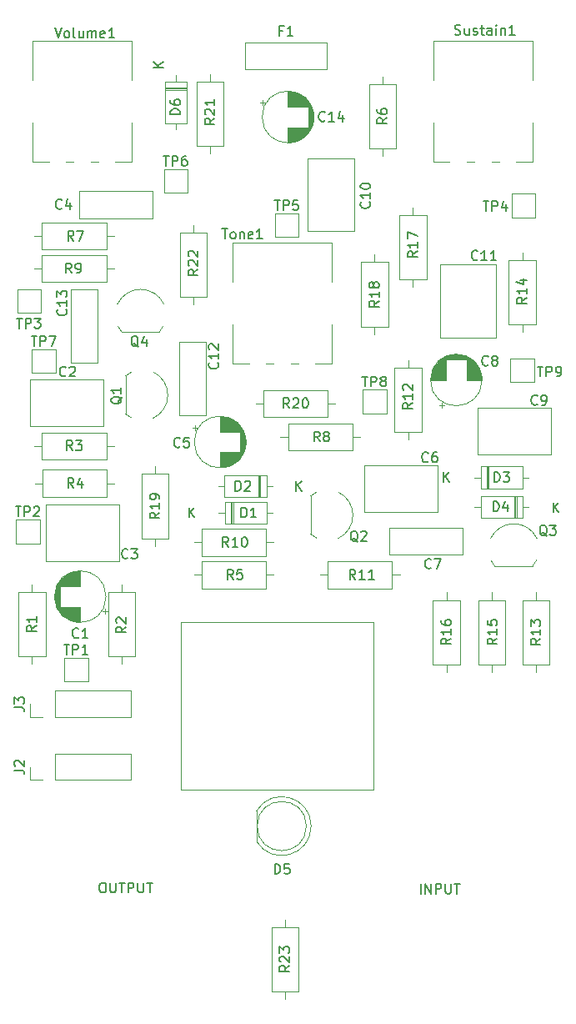
<source format=gbr>
G04 #@! TF.GenerationSoftware,KiCad,Pcbnew,5.1.6*
G04 #@! TF.CreationDate,2020-08-29T12:35:48+02:00*
G04 #@! TF.ProjectId,bigmuff,6269676d-7566-4662-9e6b-696361645f70,rev?*
G04 #@! TF.SameCoordinates,Original*
G04 #@! TF.FileFunction,Legend,Top*
G04 #@! TF.FilePolarity,Positive*
%FSLAX46Y46*%
G04 Gerber Fmt 4.6, Leading zero omitted, Abs format (unit mm)*
G04 Created by KiCad (PCBNEW 5.1.6) date 2020-08-29 12:35:48*
%MOMM*%
%LPD*%
G01*
G04 APERTURE LIST*
%ADD10C,0.120000*%
%ADD11C,0.150000*%
G04 APERTURE END LIST*
D10*
X156400000Y-132400000D02*
X156400000Y-115400000D01*
X156400000Y-115400000D02*
X136800000Y-115400000D01*
X136800000Y-115400000D02*
X136800000Y-132400000D01*
X136800000Y-132400000D02*
X156400000Y-132400000D01*
X121779000Y-56380000D02*
X131820000Y-56380000D01*
X130170000Y-68620000D02*
X131820000Y-68620000D01*
X127671000Y-68620000D02*
X128430000Y-68620000D01*
X125171000Y-68620000D02*
X125930000Y-68620000D01*
X121779000Y-68620000D02*
X123429000Y-68620000D01*
X131820000Y-60316000D02*
X131820000Y-56380000D01*
X131820000Y-68620000D02*
X131820000Y-64683000D01*
X121779000Y-60316000D02*
X121779000Y-56380000D01*
X121779000Y-68620000D02*
X121779000Y-64683000D01*
X162479000Y-56380000D02*
X172520000Y-56380000D01*
X170870000Y-68620000D02*
X172520000Y-68620000D01*
X168371000Y-68620000D02*
X169130000Y-68620000D01*
X165871000Y-68620000D02*
X166630000Y-68620000D01*
X162479000Y-68620000D02*
X164129000Y-68620000D01*
X172520000Y-60316000D02*
X172520000Y-56380000D01*
X172520000Y-68620000D02*
X172520000Y-64683000D01*
X162479000Y-60316000D02*
X162479000Y-56380000D01*
X162479000Y-68620000D02*
X162479000Y-64683000D01*
X156500000Y-78080000D02*
X156500000Y-78850000D01*
X156500000Y-86160000D02*
X156500000Y-85390000D01*
X155130000Y-78850000D02*
X155130000Y-85390000D01*
X157870000Y-78850000D02*
X155130000Y-78850000D01*
X157870000Y-85390000D02*
X157870000Y-78850000D01*
X155130000Y-85390000D02*
X157870000Y-85390000D01*
X172800000Y-74300000D02*
X170400000Y-74300000D01*
X172800000Y-71900000D02*
X172800000Y-74300000D01*
X170400000Y-71900000D02*
X172800000Y-71900000D01*
X170400000Y-74300000D02*
X170400000Y-71900000D01*
X166980000Y-98370000D02*
X166980000Y-93630000D01*
X174420000Y-98370000D02*
X174420000Y-93630000D01*
X174420000Y-93630000D02*
X166980000Y-93630000D01*
X174420000Y-98370000D02*
X166980000Y-98370000D01*
X162920000Y-99430000D02*
X162920000Y-104170000D01*
X155480000Y-99430000D02*
X155480000Y-104170000D01*
X155480000Y-104170000D02*
X162920000Y-104170000D01*
X155480000Y-99430000D02*
X162920000Y-99430000D01*
X150980000Y-110600000D02*
X151750000Y-110600000D01*
X159060000Y-110600000D02*
X158290000Y-110600000D01*
X151750000Y-111970000D02*
X158290000Y-111970000D01*
X151750000Y-109230000D02*
X151750000Y-111970000D01*
X158290000Y-109230000D02*
X151750000Y-109230000D01*
X158290000Y-111970000D02*
X158290000Y-109230000D01*
X125630000Y-81580000D02*
X128370000Y-81580000D01*
X125630000Y-89020000D02*
X128370000Y-89020000D01*
X128370000Y-89020000D02*
X128370000Y-81580000D01*
X125630000Y-89020000D02*
X125630000Y-81580000D01*
X136630000Y-86980000D02*
X139370000Y-86980000D01*
X136630000Y-94420000D02*
X139370000Y-94420000D01*
X139370000Y-94420000D02*
X139370000Y-86980000D01*
X136630000Y-94420000D02*
X136630000Y-86980000D01*
X163130000Y-79080000D02*
X168870000Y-79080000D01*
X163130000Y-86520000D02*
X168870000Y-86520000D01*
X168870000Y-86520000D02*
X168870000Y-79080000D01*
X163130000Y-86520000D02*
X163130000Y-79080000D01*
X149730000Y-68280000D02*
X154470000Y-68280000D01*
X149730000Y-75720000D02*
X154470000Y-75720000D01*
X154470000Y-75720000D02*
X154470000Y-68280000D01*
X149730000Y-75720000D02*
X149730000Y-68280000D01*
X157980000Y-108570000D02*
X157980000Y-105830000D01*
X165420000Y-108570000D02*
X165420000Y-105830000D01*
X165420000Y-105830000D02*
X157980000Y-105830000D01*
X165420000Y-108570000D02*
X157980000Y-108570000D01*
X133920000Y-71630000D02*
X133920000Y-74370000D01*
X126480000Y-71630000D02*
X126480000Y-74370000D01*
X126480000Y-74370000D02*
X133920000Y-74370000D01*
X126480000Y-71630000D02*
X133920000Y-71630000D01*
X123080000Y-109170000D02*
X123080000Y-103430000D01*
X130520000Y-109170000D02*
X130520000Y-103430000D01*
X130520000Y-103430000D02*
X123080000Y-103430000D01*
X130520000Y-109170000D02*
X123080000Y-109170000D01*
X128920000Y-90730000D02*
X128920000Y-95470000D01*
X121480000Y-90730000D02*
X121480000Y-95470000D01*
X121480000Y-95470000D02*
X128920000Y-95470000D01*
X121480000Y-90730000D02*
X128920000Y-90730000D01*
X142079000Y-76880000D02*
X152120000Y-76880000D01*
X150470000Y-89120000D02*
X152120000Y-89120000D01*
X147971000Y-89120000D02*
X148730000Y-89120000D01*
X145471000Y-89120000D02*
X146230000Y-89120000D01*
X142079000Y-89120000D02*
X143729000Y-89120000D01*
X152120000Y-80816000D02*
X152120000Y-76880000D01*
X152120000Y-89120000D02*
X152120000Y-85183000D01*
X142079000Y-80816000D02*
X142079000Y-76880000D01*
X142079000Y-89120000D02*
X142079000Y-85183000D01*
X135100000Y-71800000D02*
X135100000Y-69400000D01*
X137500000Y-71800000D02*
X135100000Y-71800000D01*
X137500000Y-69400000D02*
X137500000Y-71800000D01*
X135100000Y-69400000D02*
X137500000Y-69400000D01*
X146400000Y-76300000D02*
X146400000Y-73900000D01*
X148800000Y-76300000D02*
X146400000Y-76300000D01*
X148800000Y-73900000D02*
X148800000Y-76300000D01*
X146400000Y-73900000D02*
X148800000Y-73900000D01*
X120200000Y-84000000D02*
X120200000Y-81600000D01*
X122600000Y-84000000D02*
X120200000Y-84000000D01*
X122600000Y-81600000D02*
X122600000Y-84000000D01*
X120200000Y-81600000D02*
X122600000Y-81600000D01*
X120100000Y-105000000D02*
X122500000Y-105000000D01*
X120100000Y-107400000D02*
X120100000Y-105000000D01*
X122500000Y-107400000D02*
X120100000Y-107400000D01*
X122500000Y-105000000D02*
X122500000Y-107400000D01*
X125000000Y-121400000D02*
X125000000Y-119000000D01*
X127400000Y-121400000D02*
X125000000Y-121400000D01*
X127400000Y-119000000D02*
X127400000Y-121400000D01*
X125000000Y-119000000D02*
X127400000Y-119000000D01*
X147400000Y-145580000D02*
X147400000Y-146350000D01*
X147400000Y-153660000D02*
X147400000Y-152890000D01*
X146030000Y-146350000D02*
X146030000Y-152890000D01*
X148770000Y-146350000D02*
X146030000Y-146350000D01*
X148770000Y-152890000D02*
X148770000Y-146350000D01*
X146030000Y-152890000D02*
X148770000Y-152890000D01*
X138100000Y-75080000D02*
X138100000Y-75850000D01*
X138100000Y-83160000D02*
X138100000Y-82390000D01*
X136730000Y-75850000D02*
X136730000Y-82390000D01*
X139470000Y-75850000D02*
X136730000Y-75850000D01*
X139470000Y-82390000D02*
X139470000Y-75850000D01*
X136730000Y-82390000D02*
X139470000Y-82390000D01*
X139800000Y-67820000D02*
X139800000Y-67050000D01*
X139800000Y-59740000D02*
X139800000Y-60510000D01*
X141170000Y-67050000D02*
X141170000Y-60510000D01*
X138430000Y-67050000D02*
X141170000Y-67050000D01*
X138430000Y-60510000D02*
X138430000Y-67050000D01*
X141170000Y-60510000D02*
X138430000Y-60510000D01*
X152520000Y-93200000D02*
X151750000Y-93200000D01*
X144440000Y-93200000D02*
X145210000Y-93200000D01*
X151750000Y-91830000D02*
X145210000Y-91830000D01*
X151750000Y-94570000D02*
X151750000Y-91830000D01*
X145210000Y-94570000D02*
X151750000Y-94570000D01*
X145210000Y-91830000D02*
X145210000Y-94570000D01*
X134200000Y-99580000D02*
X134200000Y-100350000D01*
X134200000Y-107660000D02*
X134200000Y-106890000D01*
X132830000Y-100350000D02*
X132830000Y-106890000D01*
X135570000Y-100350000D02*
X132830000Y-100350000D01*
X135570000Y-106890000D02*
X135570000Y-100350000D01*
X132830000Y-106890000D02*
X135570000Y-106890000D01*
X160400000Y-73280000D02*
X160400000Y-74050000D01*
X160400000Y-81360000D02*
X160400000Y-80590000D01*
X159030000Y-74050000D02*
X159030000Y-80590000D01*
X161770000Y-74050000D02*
X159030000Y-74050000D01*
X161770000Y-80590000D02*
X161770000Y-74050000D01*
X159030000Y-80590000D02*
X161770000Y-80590000D01*
X163800000Y-112380000D02*
X163800000Y-113150000D01*
X163800000Y-120460000D02*
X163800000Y-119690000D01*
X162430000Y-113150000D02*
X162430000Y-119690000D01*
X165170000Y-113150000D02*
X162430000Y-113150000D01*
X165170000Y-119690000D02*
X165170000Y-113150000D01*
X162430000Y-119690000D02*
X165170000Y-119690000D01*
X168400000Y-112380000D02*
X168400000Y-113150000D01*
X168400000Y-120460000D02*
X168400000Y-119690000D01*
X167030000Y-113150000D02*
X167030000Y-119690000D01*
X169770000Y-113150000D02*
X167030000Y-113150000D01*
X169770000Y-119690000D02*
X169770000Y-113150000D01*
X167030000Y-119690000D02*
X169770000Y-119690000D01*
X171500000Y-85920000D02*
X171500000Y-85150000D01*
X171500000Y-77840000D02*
X171500000Y-78610000D01*
X172870000Y-85150000D02*
X172870000Y-78610000D01*
X170130000Y-85150000D02*
X172870000Y-85150000D01*
X170130000Y-78610000D02*
X170130000Y-85150000D01*
X172870000Y-78610000D02*
X170130000Y-78610000D01*
X172900000Y-112380000D02*
X172900000Y-113150000D01*
X172900000Y-120460000D02*
X172900000Y-119690000D01*
X171530000Y-113150000D02*
X171530000Y-119690000D01*
X174270000Y-113150000D02*
X171530000Y-113150000D01*
X174270000Y-119690000D02*
X174270000Y-113150000D01*
X171530000Y-119690000D02*
X174270000Y-119690000D01*
X159900000Y-88780000D02*
X159900000Y-89550000D01*
X159900000Y-96860000D02*
X159900000Y-96090000D01*
X158530000Y-89550000D02*
X158530000Y-96090000D01*
X161270000Y-89550000D02*
X158530000Y-89550000D01*
X161270000Y-96090000D02*
X161270000Y-89550000D01*
X158530000Y-96090000D02*
X161270000Y-96090000D01*
X146220000Y-107300000D02*
X145450000Y-107300000D01*
X138140000Y-107300000D02*
X138910000Y-107300000D01*
X145450000Y-105930000D02*
X138910000Y-105930000D01*
X145450000Y-108670000D02*
X145450000Y-105930000D01*
X138910000Y-108670000D02*
X145450000Y-108670000D01*
X138910000Y-105930000D02*
X138910000Y-108670000D01*
X130020000Y-79500000D02*
X129250000Y-79500000D01*
X121940000Y-79500000D02*
X122710000Y-79500000D01*
X129250000Y-78130000D02*
X122710000Y-78130000D01*
X129250000Y-80870000D02*
X129250000Y-78130000D01*
X122710000Y-80870000D02*
X129250000Y-80870000D01*
X122710000Y-78130000D02*
X122710000Y-80870000D01*
X155020000Y-96600000D02*
X154250000Y-96600000D01*
X146940000Y-96600000D02*
X147710000Y-96600000D01*
X154250000Y-95230000D02*
X147710000Y-95230000D01*
X154250000Y-97970000D02*
X154250000Y-95230000D01*
X147710000Y-97970000D02*
X154250000Y-97970000D01*
X147710000Y-95230000D02*
X147710000Y-97970000D01*
X130020000Y-76200000D02*
X129250000Y-76200000D01*
X121940000Y-76200000D02*
X122710000Y-76200000D01*
X129250000Y-74830000D02*
X122710000Y-74830000D01*
X129250000Y-77570000D02*
X129250000Y-74830000D01*
X122710000Y-77570000D02*
X129250000Y-77570000D01*
X122710000Y-74830000D02*
X122710000Y-77570000D01*
X157300000Y-59980000D02*
X157300000Y-60750000D01*
X157300000Y-68060000D02*
X157300000Y-67290000D01*
X155930000Y-60750000D02*
X155930000Y-67290000D01*
X158670000Y-60750000D02*
X155930000Y-60750000D01*
X158670000Y-67290000D02*
X158670000Y-60750000D01*
X155930000Y-67290000D02*
X158670000Y-67290000D01*
X146220000Y-110600000D02*
X145450000Y-110600000D01*
X138140000Y-110600000D02*
X138910000Y-110600000D01*
X145450000Y-109230000D02*
X138910000Y-109230000D01*
X145450000Y-111970000D02*
X145450000Y-109230000D01*
X138910000Y-111970000D02*
X145450000Y-111970000D01*
X138910000Y-109230000D02*
X138910000Y-111970000D01*
X121980000Y-101300000D02*
X122750000Y-101300000D01*
X130060000Y-101300000D02*
X129290000Y-101300000D01*
X122750000Y-102670000D02*
X129290000Y-102670000D01*
X122750000Y-99930000D02*
X122750000Y-102670000D01*
X129290000Y-99930000D02*
X122750000Y-99930000D01*
X129290000Y-102670000D02*
X129290000Y-99930000D01*
X130020000Y-97500000D02*
X129250000Y-97500000D01*
X121940000Y-97500000D02*
X122710000Y-97500000D01*
X129250000Y-96130000D02*
X122710000Y-96130000D01*
X129250000Y-98870000D02*
X129250000Y-96130000D01*
X122710000Y-98870000D02*
X129250000Y-98870000D01*
X122710000Y-96130000D02*
X122710000Y-98870000D01*
X130800000Y-119620000D02*
X130800000Y-118850000D01*
X130800000Y-111540000D02*
X130800000Y-112310000D01*
X132170000Y-118850000D02*
X132170000Y-112310000D01*
X129430000Y-118850000D02*
X132170000Y-118850000D01*
X129430000Y-112310000D02*
X129430000Y-118850000D01*
X132170000Y-112310000D02*
X129430000Y-112310000D01*
X121700000Y-119620000D02*
X121700000Y-118850000D01*
X121700000Y-111540000D02*
X121700000Y-112310000D01*
X123070000Y-118850000D02*
X123070000Y-112310000D01*
X120330000Y-118850000D02*
X123070000Y-118850000D01*
X120330000Y-112310000D02*
X120330000Y-118850000D01*
X123070000Y-112310000D02*
X120330000Y-112310000D01*
X137420000Y-61090000D02*
X135180000Y-61090000D01*
X137420000Y-61330000D02*
X135180000Y-61330000D01*
X137420000Y-61210000D02*
X135180000Y-61210000D01*
X136300000Y-65380000D02*
X136300000Y-64730000D01*
X136300000Y-59840000D02*
X136300000Y-60490000D01*
X137420000Y-64730000D02*
X137420000Y-60490000D01*
X135180000Y-64730000D02*
X137420000Y-64730000D01*
X135180000Y-60490000D02*
X135180000Y-64730000D01*
X137420000Y-60490000D02*
X135180000Y-60490000D01*
X144510000Y-134555000D02*
X144510000Y-137645000D01*
X149570000Y-136100000D02*
G75*
G03*
X149570000Y-136100000I-2500000J0D01*
G01*
X150060000Y-136099538D02*
G75*
G02*
X144510000Y-137644830I-2990000J-462D01*
G01*
X150060000Y-136100462D02*
G75*
G03*
X144510000Y-134555170I-2990000J462D01*
G01*
X170910000Y-104820000D02*
X170910000Y-102580000D01*
X170670000Y-104820000D02*
X170670000Y-102580000D01*
X170790000Y-104820000D02*
X170790000Y-102580000D01*
X166620000Y-103700000D02*
X167270000Y-103700000D01*
X172160000Y-103700000D02*
X171510000Y-103700000D01*
X167270000Y-104820000D02*
X171510000Y-104820000D01*
X167270000Y-102580000D02*
X167270000Y-104820000D01*
X171510000Y-102580000D02*
X167270000Y-102580000D01*
X171510000Y-104820000D02*
X171510000Y-102580000D01*
X167870000Y-99580000D02*
X167870000Y-101820000D01*
X168110000Y-99580000D02*
X168110000Y-101820000D01*
X167990000Y-99580000D02*
X167990000Y-101820000D01*
X172160000Y-100700000D02*
X171510000Y-100700000D01*
X166620000Y-100700000D02*
X167270000Y-100700000D01*
X171510000Y-99580000D02*
X167270000Y-99580000D01*
X171510000Y-101820000D02*
X171510000Y-99580000D01*
X167270000Y-101820000D02*
X171510000Y-101820000D01*
X167270000Y-99580000D02*
X167270000Y-101820000D01*
X144910000Y-102720000D02*
X144910000Y-100480000D01*
X144670000Y-102720000D02*
X144670000Y-100480000D01*
X144790000Y-102720000D02*
X144790000Y-100480000D01*
X140620000Y-101600000D02*
X141270000Y-101600000D01*
X146160000Y-101600000D02*
X145510000Y-101600000D01*
X141270000Y-102720000D02*
X145510000Y-102720000D01*
X141270000Y-100480000D02*
X141270000Y-102720000D01*
X145510000Y-100480000D02*
X141270000Y-100480000D01*
X145510000Y-102720000D02*
X145510000Y-100480000D01*
X141890000Y-103180000D02*
X141890000Y-105420000D01*
X142130000Y-103180000D02*
X142130000Y-105420000D01*
X142010000Y-103180000D02*
X142010000Y-105420000D01*
X146180000Y-104300000D02*
X145530000Y-104300000D01*
X140640000Y-104300000D02*
X141290000Y-104300000D01*
X145530000Y-103180000D02*
X141290000Y-103180000D01*
X145530000Y-105420000D02*
X145530000Y-103180000D01*
X141290000Y-105420000D02*
X145530000Y-105420000D01*
X141290000Y-103180000D02*
X141290000Y-105420000D01*
X163075000Y-93354775D02*
X163575000Y-93354775D01*
X163325000Y-93604775D02*
X163325000Y-93104775D01*
X164516000Y-88199000D02*
X165084000Y-88199000D01*
X164282000Y-88239000D02*
X165318000Y-88239000D01*
X164123000Y-88279000D02*
X165477000Y-88279000D01*
X163995000Y-88319000D02*
X165605000Y-88319000D01*
X163885000Y-88359000D02*
X165715000Y-88359000D01*
X163789000Y-88399000D02*
X165811000Y-88399000D01*
X163702000Y-88439000D02*
X165898000Y-88439000D01*
X163622000Y-88479000D02*
X165978000Y-88479000D01*
X163549000Y-88519000D02*
X166051000Y-88519000D01*
X163481000Y-88559000D02*
X166119000Y-88559000D01*
X163417000Y-88599000D02*
X166183000Y-88599000D01*
X163357000Y-88639000D02*
X166243000Y-88639000D01*
X163300000Y-88679000D02*
X166300000Y-88679000D01*
X163246000Y-88719000D02*
X166354000Y-88719000D01*
X163195000Y-88759000D02*
X166405000Y-88759000D01*
X165840000Y-88799000D02*
X166453000Y-88799000D01*
X163147000Y-88799000D02*
X163760000Y-88799000D01*
X165840000Y-88839000D02*
X166499000Y-88839000D01*
X163101000Y-88839000D02*
X163760000Y-88839000D01*
X165840000Y-88879000D02*
X166543000Y-88879000D01*
X163057000Y-88879000D02*
X163760000Y-88879000D01*
X165840000Y-88919000D02*
X166585000Y-88919000D01*
X163015000Y-88919000D02*
X163760000Y-88919000D01*
X165840000Y-88959000D02*
X166626000Y-88959000D01*
X162974000Y-88959000D02*
X163760000Y-88959000D01*
X165840000Y-88999000D02*
X166664000Y-88999000D01*
X162936000Y-88999000D02*
X163760000Y-88999000D01*
X165840000Y-89039000D02*
X166701000Y-89039000D01*
X162899000Y-89039000D02*
X163760000Y-89039000D01*
X165840000Y-89079000D02*
X166737000Y-89079000D01*
X162863000Y-89079000D02*
X163760000Y-89079000D01*
X165840000Y-89119000D02*
X166771000Y-89119000D01*
X162829000Y-89119000D02*
X163760000Y-89119000D01*
X165840000Y-89159000D02*
X166804000Y-89159000D01*
X162796000Y-89159000D02*
X163760000Y-89159000D01*
X165840000Y-89199000D02*
X166835000Y-89199000D01*
X162765000Y-89199000D02*
X163760000Y-89199000D01*
X165840000Y-89239000D02*
X166865000Y-89239000D01*
X162735000Y-89239000D02*
X163760000Y-89239000D01*
X165840000Y-89279000D02*
X166895000Y-89279000D01*
X162705000Y-89279000D02*
X163760000Y-89279000D01*
X165840000Y-89319000D02*
X166922000Y-89319000D01*
X162678000Y-89319000D02*
X163760000Y-89319000D01*
X165840000Y-89359000D02*
X166949000Y-89359000D01*
X162651000Y-89359000D02*
X163760000Y-89359000D01*
X165840000Y-89399000D02*
X166975000Y-89399000D01*
X162625000Y-89399000D02*
X163760000Y-89399000D01*
X165840000Y-89439000D02*
X167000000Y-89439000D01*
X162600000Y-89439000D02*
X163760000Y-89439000D01*
X165840000Y-89479000D02*
X167024000Y-89479000D01*
X162576000Y-89479000D02*
X163760000Y-89479000D01*
X165840000Y-89519000D02*
X167047000Y-89519000D01*
X162553000Y-89519000D02*
X163760000Y-89519000D01*
X165840000Y-89559000D02*
X167068000Y-89559000D01*
X162532000Y-89559000D02*
X163760000Y-89559000D01*
X165840000Y-89599000D02*
X167090000Y-89599000D01*
X162510000Y-89599000D02*
X163760000Y-89599000D01*
X165840000Y-89639000D02*
X167110000Y-89639000D01*
X162490000Y-89639000D02*
X163760000Y-89639000D01*
X165840000Y-89679000D02*
X167129000Y-89679000D01*
X162471000Y-89679000D02*
X163760000Y-89679000D01*
X165840000Y-89719000D02*
X167148000Y-89719000D01*
X162452000Y-89719000D02*
X163760000Y-89719000D01*
X165840000Y-89759000D02*
X167165000Y-89759000D01*
X162435000Y-89759000D02*
X163760000Y-89759000D01*
X165840000Y-89799000D02*
X167182000Y-89799000D01*
X162418000Y-89799000D02*
X163760000Y-89799000D01*
X165840000Y-89839000D02*
X167198000Y-89839000D01*
X162402000Y-89839000D02*
X163760000Y-89839000D01*
X165840000Y-89879000D02*
X167214000Y-89879000D01*
X162386000Y-89879000D02*
X163760000Y-89879000D01*
X165840000Y-89919000D02*
X167228000Y-89919000D01*
X162372000Y-89919000D02*
X163760000Y-89919000D01*
X165840000Y-89959000D02*
X167242000Y-89959000D01*
X162358000Y-89959000D02*
X163760000Y-89959000D01*
X165840000Y-89999000D02*
X167255000Y-89999000D01*
X162345000Y-89999000D02*
X163760000Y-89999000D01*
X165840000Y-90039000D02*
X167268000Y-90039000D01*
X162332000Y-90039000D02*
X163760000Y-90039000D01*
X165840000Y-90079000D02*
X167280000Y-90079000D01*
X162320000Y-90079000D02*
X163760000Y-90079000D01*
X165840000Y-90120000D02*
X167291000Y-90120000D01*
X162309000Y-90120000D02*
X163760000Y-90120000D01*
X165840000Y-90160000D02*
X167301000Y-90160000D01*
X162299000Y-90160000D02*
X163760000Y-90160000D01*
X165840000Y-90200000D02*
X167311000Y-90200000D01*
X162289000Y-90200000D02*
X163760000Y-90200000D01*
X165840000Y-90240000D02*
X167320000Y-90240000D01*
X162280000Y-90240000D02*
X163760000Y-90240000D01*
X165840000Y-90280000D02*
X167328000Y-90280000D01*
X162272000Y-90280000D02*
X163760000Y-90280000D01*
X165840000Y-90320000D02*
X167336000Y-90320000D01*
X162264000Y-90320000D02*
X163760000Y-90320000D01*
X165840000Y-90360000D02*
X167343000Y-90360000D01*
X162257000Y-90360000D02*
X163760000Y-90360000D01*
X165840000Y-90400000D02*
X167350000Y-90400000D01*
X162250000Y-90400000D02*
X163760000Y-90400000D01*
X165840000Y-90440000D02*
X167356000Y-90440000D01*
X162244000Y-90440000D02*
X163760000Y-90440000D01*
X165840000Y-90480000D02*
X167361000Y-90480000D01*
X162239000Y-90480000D02*
X163760000Y-90480000D01*
X165840000Y-90520000D02*
X167365000Y-90520000D01*
X162235000Y-90520000D02*
X163760000Y-90520000D01*
X165840000Y-90560000D02*
X167369000Y-90560000D01*
X162231000Y-90560000D02*
X163760000Y-90560000D01*
X165840000Y-90600000D02*
X167373000Y-90600000D01*
X162227000Y-90600000D02*
X163760000Y-90600000D01*
X165840000Y-90640000D02*
X167376000Y-90640000D01*
X162224000Y-90640000D02*
X163760000Y-90640000D01*
X165840000Y-90680000D02*
X167378000Y-90680000D01*
X162222000Y-90680000D02*
X163760000Y-90680000D01*
X165840000Y-90720000D02*
X167379000Y-90720000D01*
X162221000Y-90720000D02*
X163760000Y-90720000D01*
X162220000Y-90760000D02*
X163760000Y-90760000D01*
X165840000Y-90760000D02*
X167380000Y-90760000D01*
X162220000Y-90800000D02*
X163760000Y-90800000D01*
X165840000Y-90800000D02*
X167380000Y-90800000D01*
X167420000Y-90800000D02*
G75*
G03*
X167420000Y-90800000I-2620000J0D01*
G01*
X138245225Y-95375000D02*
X138245225Y-95875000D01*
X137995225Y-95625000D02*
X138495225Y-95625000D01*
X143401000Y-96816000D02*
X143401000Y-97384000D01*
X143361000Y-96582000D02*
X143361000Y-97618000D01*
X143321000Y-96423000D02*
X143321000Y-97777000D01*
X143281000Y-96295000D02*
X143281000Y-97905000D01*
X143241000Y-96185000D02*
X143241000Y-98015000D01*
X143201000Y-96089000D02*
X143201000Y-98111000D01*
X143161000Y-96002000D02*
X143161000Y-98198000D01*
X143121000Y-95922000D02*
X143121000Y-98278000D01*
X143081000Y-95849000D02*
X143081000Y-98351000D01*
X143041000Y-95781000D02*
X143041000Y-98419000D01*
X143001000Y-95717000D02*
X143001000Y-98483000D01*
X142961000Y-95657000D02*
X142961000Y-98543000D01*
X142921000Y-95600000D02*
X142921000Y-98600000D01*
X142881000Y-95546000D02*
X142881000Y-98654000D01*
X142841000Y-95495000D02*
X142841000Y-98705000D01*
X142801000Y-98140000D02*
X142801000Y-98753000D01*
X142801000Y-95447000D02*
X142801000Y-96060000D01*
X142761000Y-98140000D02*
X142761000Y-98799000D01*
X142761000Y-95401000D02*
X142761000Y-96060000D01*
X142721000Y-98140000D02*
X142721000Y-98843000D01*
X142721000Y-95357000D02*
X142721000Y-96060000D01*
X142681000Y-98140000D02*
X142681000Y-98885000D01*
X142681000Y-95315000D02*
X142681000Y-96060000D01*
X142641000Y-98140000D02*
X142641000Y-98926000D01*
X142641000Y-95274000D02*
X142641000Y-96060000D01*
X142601000Y-98140000D02*
X142601000Y-98964000D01*
X142601000Y-95236000D02*
X142601000Y-96060000D01*
X142561000Y-98140000D02*
X142561000Y-99001000D01*
X142561000Y-95199000D02*
X142561000Y-96060000D01*
X142521000Y-98140000D02*
X142521000Y-99037000D01*
X142521000Y-95163000D02*
X142521000Y-96060000D01*
X142481000Y-98140000D02*
X142481000Y-99071000D01*
X142481000Y-95129000D02*
X142481000Y-96060000D01*
X142441000Y-98140000D02*
X142441000Y-99104000D01*
X142441000Y-95096000D02*
X142441000Y-96060000D01*
X142401000Y-98140000D02*
X142401000Y-99135000D01*
X142401000Y-95065000D02*
X142401000Y-96060000D01*
X142361000Y-98140000D02*
X142361000Y-99165000D01*
X142361000Y-95035000D02*
X142361000Y-96060000D01*
X142321000Y-98140000D02*
X142321000Y-99195000D01*
X142321000Y-95005000D02*
X142321000Y-96060000D01*
X142281000Y-98140000D02*
X142281000Y-99222000D01*
X142281000Y-94978000D02*
X142281000Y-96060000D01*
X142241000Y-98140000D02*
X142241000Y-99249000D01*
X142241000Y-94951000D02*
X142241000Y-96060000D01*
X142201000Y-98140000D02*
X142201000Y-99275000D01*
X142201000Y-94925000D02*
X142201000Y-96060000D01*
X142161000Y-98140000D02*
X142161000Y-99300000D01*
X142161000Y-94900000D02*
X142161000Y-96060000D01*
X142121000Y-98140000D02*
X142121000Y-99324000D01*
X142121000Y-94876000D02*
X142121000Y-96060000D01*
X142081000Y-98140000D02*
X142081000Y-99347000D01*
X142081000Y-94853000D02*
X142081000Y-96060000D01*
X142041000Y-98140000D02*
X142041000Y-99368000D01*
X142041000Y-94832000D02*
X142041000Y-96060000D01*
X142001000Y-98140000D02*
X142001000Y-99390000D01*
X142001000Y-94810000D02*
X142001000Y-96060000D01*
X141961000Y-98140000D02*
X141961000Y-99410000D01*
X141961000Y-94790000D02*
X141961000Y-96060000D01*
X141921000Y-98140000D02*
X141921000Y-99429000D01*
X141921000Y-94771000D02*
X141921000Y-96060000D01*
X141881000Y-98140000D02*
X141881000Y-99448000D01*
X141881000Y-94752000D02*
X141881000Y-96060000D01*
X141841000Y-98140000D02*
X141841000Y-99465000D01*
X141841000Y-94735000D02*
X141841000Y-96060000D01*
X141801000Y-98140000D02*
X141801000Y-99482000D01*
X141801000Y-94718000D02*
X141801000Y-96060000D01*
X141761000Y-98140000D02*
X141761000Y-99498000D01*
X141761000Y-94702000D02*
X141761000Y-96060000D01*
X141721000Y-98140000D02*
X141721000Y-99514000D01*
X141721000Y-94686000D02*
X141721000Y-96060000D01*
X141681000Y-98140000D02*
X141681000Y-99528000D01*
X141681000Y-94672000D02*
X141681000Y-96060000D01*
X141641000Y-98140000D02*
X141641000Y-99542000D01*
X141641000Y-94658000D02*
X141641000Y-96060000D01*
X141601000Y-98140000D02*
X141601000Y-99555000D01*
X141601000Y-94645000D02*
X141601000Y-96060000D01*
X141561000Y-98140000D02*
X141561000Y-99568000D01*
X141561000Y-94632000D02*
X141561000Y-96060000D01*
X141521000Y-98140000D02*
X141521000Y-99580000D01*
X141521000Y-94620000D02*
X141521000Y-96060000D01*
X141480000Y-98140000D02*
X141480000Y-99591000D01*
X141480000Y-94609000D02*
X141480000Y-96060000D01*
X141440000Y-98140000D02*
X141440000Y-99601000D01*
X141440000Y-94599000D02*
X141440000Y-96060000D01*
X141400000Y-98140000D02*
X141400000Y-99611000D01*
X141400000Y-94589000D02*
X141400000Y-96060000D01*
X141360000Y-98140000D02*
X141360000Y-99620000D01*
X141360000Y-94580000D02*
X141360000Y-96060000D01*
X141320000Y-98140000D02*
X141320000Y-99628000D01*
X141320000Y-94572000D02*
X141320000Y-96060000D01*
X141280000Y-98140000D02*
X141280000Y-99636000D01*
X141280000Y-94564000D02*
X141280000Y-96060000D01*
X141240000Y-98140000D02*
X141240000Y-99643000D01*
X141240000Y-94557000D02*
X141240000Y-96060000D01*
X141200000Y-98140000D02*
X141200000Y-99650000D01*
X141200000Y-94550000D02*
X141200000Y-96060000D01*
X141160000Y-98140000D02*
X141160000Y-99656000D01*
X141160000Y-94544000D02*
X141160000Y-96060000D01*
X141120000Y-98140000D02*
X141120000Y-99661000D01*
X141120000Y-94539000D02*
X141120000Y-96060000D01*
X141080000Y-98140000D02*
X141080000Y-99665000D01*
X141080000Y-94535000D02*
X141080000Y-96060000D01*
X141040000Y-98140000D02*
X141040000Y-99669000D01*
X141040000Y-94531000D02*
X141040000Y-96060000D01*
X141000000Y-98140000D02*
X141000000Y-99673000D01*
X141000000Y-94527000D02*
X141000000Y-96060000D01*
X140960000Y-98140000D02*
X140960000Y-99676000D01*
X140960000Y-94524000D02*
X140960000Y-96060000D01*
X140920000Y-98140000D02*
X140920000Y-99678000D01*
X140920000Y-94522000D02*
X140920000Y-96060000D01*
X140880000Y-98140000D02*
X140880000Y-99679000D01*
X140880000Y-94521000D02*
X140880000Y-96060000D01*
X140840000Y-94520000D02*
X140840000Y-96060000D01*
X140840000Y-98140000D02*
X140840000Y-99680000D01*
X140800000Y-94520000D02*
X140800000Y-96060000D01*
X140800000Y-98140000D02*
X140800000Y-99680000D01*
X143420000Y-97100000D02*
G75*
G03*
X143420000Y-97100000I-2620000J0D01*
G01*
X129154775Y-114525000D02*
X129154775Y-114025000D01*
X129404775Y-114275000D02*
X128904775Y-114275000D01*
X123999000Y-113084000D02*
X123999000Y-112516000D01*
X124039000Y-113318000D02*
X124039000Y-112282000D01*
X124079000Y-113477000D02*
X124079000Y-112123000D01*
X124119000Y-113605000D02*
X124119000Y-111995000D01*
X124159000Y-113715000D02*
X124159000Y-111885000D01*
X124199000Y-113811000D02*
X124199000Y-111789000D01*
X124239000Y-113898000D02*
X124239000Y-111702000D01*
X124279000Y-113978000D02*
X124279000Y-111622000D01*
X124319000Y-114051000D02*
X124319000Y-111549000D01*
X124359000Y-114119000D02*
X124359000Y-111481000D01*
X124399000Y-114183000D02*
X124399000Y-111417000D01*
X124439000Y-114243000D02*
X124439000Y-111357000D01*
X124479000Y-114300000D02*
X124479000Y-111300000D01*
X124519000Y-114354000D02*
X124519000Y-111246000D01*
X124559000Y-114405000D02*
X124559000Y-111195000D01*
X124599000Y-111760000D02*
X124599000Y-111147000D01*
X124599000Y-114453000D02*
X124599000Y-113840000D01*
X124639000Y-111760000D02*
X124639000Y-111101000D01*
X124639000Y-114499000D02*
X124639000Y-113840000D01*
X124679000Y-111760000D02*
X124679000Y-111057000D01*
X124679000Y-114543000D02*
X124679000Y-113840000D01*
X124719000Y-111760000D02*
X124719000Y-111015000D01*
X124719000Y-114585000D02*
X124719000Y-113840000D01*
X124759000Y-111760000D02*
X124759000Y-110974000D01*
X124759000Y-114626000D02*
X124759000Y-113840000D01*
X124799000Y-111760000D02*
X124799000Y-110936000D01*
X124799000Y-114664000D02*
X124799000Y-113840000D01*
X124839000Y-111760000D02*
X124839000Y-110899000D01*
X124839000Y-114701000D02*
X124839000Y-113840000D01*
X124879000Y-111760000D02*
X124879000Y-110863000D01*
X124879000Y-114737000D02*
X124879000Y-113840000D01*
X124919000Y-111760000D02*
X124919000Y-110829000D01*
X124919000Y-114771000D02*
X124919000Y-113840000D01*
X124959000Y-111760000D02*
X124959000Y-110796000D01*
X124959000Y-114804000D02*
X124959000Y-113840000D01*
X124999000Y-111760000D02*
X124999000Y-110765000D01*
X124999000Y-114835000D02*
X124999000Y-113840000D01*
X125039000Y-111760000D02*
X125039000Y-110735000D01*
X125039000Y-114865000D02*
X125039000Y-113840000D01*
X125079000Y-111760000D02*
X125079000Y-110705000D01*
X125079000Y-114895000D02*
X125079000Y-113840000D01*
X125119000Y-111760000D02*
X125119000Y-110678000D01*
X125119000Y-114922000D02*
X125119000Y-113840000D01*
X125159000Y-111760000D02*
X125159000Y-110651000D01*
X125159000Y-114949000D02*
X125159000Y-113840000D01*
X125199000Y-111760000D02*
X125199000Y-110625000D01*
X125199000Y-114975000D02*
X125199000Y-113840000D01*
X125239000Y-111760000D02*
X125239000Y-110600000D01*
X125239000Y-115000000D02*
X125239000Y-113840000D01*
X125279000Y-111760000D02*
X125279000Y-110576000D01*
X125279000Y-115024000D02*
X125279000Y-113840000D01*
X125319000Y-111760000D02*
X125319000Y-110553000D01*
X125319000Y-115047000D02*
X125319000Y-113840000D01*
X125359000Y-111760000D02*
X125359000Y-110532000D01*
X125359000Y-115068000D02*
X125359000Y-113840000D01*
X125399000Y-111760000D02*
X125399000Y-110510000D01*
X125399000Y-115090000D02*
X125399000Y-113840000D01*
X125439000Y-111760000D02*
X125439000Y-110490000D01*
X125439000Y-115110000D02*
X125439000Y-113840000D01*
X125479000Y-111760000D02*
X125479000Y-110471000D01*
X125479000Y-115129000D02*
X125479000Y-113840000D01*
X125519000Y-111760000D02*
X125519000Y-110452000D01*
X125519000Y-115148000D02*
X125519000Y-113840000D01*
X125559000Y-111760000D02*
X125559000Y-110435000D01*
X125559000Y-115165000D02*
X125559000Y-113840000D01*
X125599000Y-111760000D02*
X125599000Y-110418000D01*
X125599000Y-115182000D02*
X125599000Y-113840000D01*
X125639000Y-111760000D02*
X125639000Y-110402000D01*
X125639000Y-115198000D02*
X125639000Y-113840000D01*
X125679000Y-111760000D02*
X125679000Y-110386000D01*
X125679000Y-115214000D02*
X125679000Y-113840000D01*
X125719000Y-111760000D02*
X125719000Y-110372000D01*
X125719000Y-115228000D02*
X125719000Y-113840000D01*
X125759000Y-111760000D02*
X125759000Y-110358000D01*
X125759000Y-115242000D02*
X125759000Y-113840000D01*
X125799000Y-111760000D02*
X125799000Y-110345000D01*
X125799000Y-115255000D02*
X125799000Y-113840000D01*
X125839000Y-111760000D02*
X125839000Y-110332000D01*
X125839000Y-115268000D02*
X125839000Y-113840000D01*
X125879000Y-111760000D02*
X125879000Y-110320000D01*
X125879000Y-115280000D02*
X125879000Y-113840000D01*
X125920000Y-111760000D02*
X125920000Y-110309000D01*
X125920000Y-115291000D02*
X125920000Y-113840000D01*
X125960000Y-111760000D02*
X125960000Y-110299000D01*
X125960000Y-115301000D02*
X125960000Y-113840000D01*
X126000000Y-111760000D02*
X126000000Y-110289000D01*
X126000000Y-115311000D02*
X126000000Y-113840000D01*
X126040000Y-111760000D02*
X126040000Y-110280000D01*
X126040000Y-115320000D02*
X126040000Y-113840000D01*
X126080000Y-111760000D02*
X126080000Y-110272000D01*
X126080000Y-115328000D02*
X126080000Y-113840000D01*
X126120000Y-111760000D02*
X126120000Y-110264000D01*
X126120000Y-115336000D02*
X126120000Y-113840000D01*
X126160000Y-111760000D02*
X126160000Y-110257000D01*
X126160000Y-115343000D02*
X126160000Y-113840000D01*
X126200000Y-111760000D02*
X126200000Y-110250000D01*
X126200000Y-115350000D02*
X126200000Y-113840000D01*
X126240000Y-111760000D02*
X126240000Y-110244000D01*
X126240000Y-115356000D02*
X126240000Y-113840000D01*
X126280000Y-111760000D02*
X126280000Y-110239000D01*
X126280000Y-115361000D02*
X126280000Y-113840000D01*
X126320000Y-111760000D02*
X126320000Y-110235000D01*
X126320000Y-115365000D02*
X126320000Y-113840000D01*
X126360000Y-111760000D02*
X126360000Y-110231000D01*
X126360000Y-115369000D02*
X126360000Y-113840000D01*
X126400000Y-111760000D02*
X126400000Y-110227000D01*
X126400000Y-115373000D02*
X126400000Y-113840000D01*
X126440000Y-111760000D02*
X126440000Y-110224000D01*
X126440000Y-115376000D02*
X126440000Y-113840000D01*
X126480000Y-111760000D02*
X126480000Y-110222000D01*
X126480000Y-115378000D02*
X126480000Y-113840000D01*
X126520000Y-111760000D02*
X126520000Y-110221000D01*
X126520000Y-115379000D02*
X126520000Y-113840000D01*
X126560000Y-115380000D02*
X126560000Y-113840000D01*
X126560000Y-111760000D02*
X126560000Y-110220000D01*
X126600000Y-115380000D02*
X126600000Y-113840000D01*
X126600000Y-111760000D02*
X126600000Y-110220000D01*
X129220000Y-112800000D02*
G75*
G03*
X129220000Y-112800000I-2620000J0D01*
G01*
X150320000Y-64100000D02*
G75*
G03*
X150320000Y-64100000I-2620000J0D01*
G01*
X147700000Y-65140000D02*
X147700000Y-66680000D01*
X147700000Y-61520000D02*
X147700000Y-63060000D01*
X147740000Y-65140000D02*
X147740000Y-66680000D01*
X147740000Y-61520000D02*
X147740000Y-63060000D01*
X147780000Y-61521000D02*
X147780000Y-63060000D01*
X147780000Y-65140000D02*
X147780000Y-66679000D01*
X147820000Y-61522000D02*
X147820000Y-63060000D01*
X147820000Y-65140000D02*
X147820000Y-66678000D01*
X147860000Y-61524000D02*
X147860000Y-63060000D01*
X147860000Y-65140000D02*
X147860000Y-66676000D01*
X147900000Y-61527000D02*
X147900000Y-63060000D01*
X147900000Y-65140000D02*
X147900000Y-66673000D01*
X147940000Y-61531000D02*
X147940000Y-63060000D01*
X147940000Y-65140000D02*
X147940000Y-66669000D01*
X147980000Y-61535000D02*
X147980000Y-63060000D01*
X147980000Y-65140000D02*
X147980000Y-66665000D01*
X148020000Y-61539000D02*
X148020000Y-63060000D01*
X148020000Y-65140000D02*
X148020000Y-66661000D01*
X148060000Y-61544000D02*
X148060000Y-63060000D01*
X148060000Y-65140000D02*
X148060000Y-66656000D01*
X148100000Y-61550000D02*
X148100000Y-63060000D01*
X148100000Y-65140000D02*
X148100000Y-66650000D01*
X148140000Y-61557000D02*
X148140000Y-63060000D01*
X148140000Y-65140000D02*
X148140000Y-66643000D01*
X148180000Y-61564000D02*
X148180000Y-63060000D01*
X148180000Y-65140000D02*
X148180000Y-66636000D01*
X148220000Y-61572000D02*
X148220000Y-63060000D01*
X148220000Y-65140000D02*
X148220000Y-66628000D01*
X148260000Y-61580000D02*
X148260000Y-63060000D01*
X148260000Y-65140000D02*
X148260000Y-66620000D01*
X148300000Y-61589000D02*
X148300000Y-63060000D01*
X148300000Y-65140000D02*
X148300000Y-66611000D01*
X148340000Y-61599000D02*
X148340000Y-63060000D01*
X148340000Y-65140000D02*
X148340000Y-66601000D01*
X148380000Y-61609000D02*
X148380000Y-63060000D01*
X148380000Y-65140000D02*
X148380000Y-66591000D01*
X148421000Y-61620000D02*
X148421000Y-63060000D01*
X148421000Y-65140000D02*
X148421000Y-66580000D01*
X148461000Y-61632000D02*
X148461000Y-63060000D01*
X148461000Y-65140000D02*
X148461000Y-66568000D01*
X148501000Y-61645000D02*
X148501000Y-63060000D01*
X148501000Y-65140000D02*
X148501000Y-66555000D01*
X148541000Y-61658000D02*
X148541000Y-63060000D01*
X148541000Y-65140000D02*
X148541000Y-66542000D01*
X148581000Y-61672000D02*
X148581000Y-63060000D01*
X148581000Y-65140000D02*
X148581000Y-66528000D01*
X148621000Y-61686000D02*
X148621000Y-63060000D01*
X148621000Y-65140000D02*
X148621000Y-66514000D01*
X148661000Y-61702000D02*
X148661000Y-63060000D01*
X148661000Y-65140000D02*
X148661000Y-66498000D01*
X148701000Y-61718000D02*
X148701000Y-63060000D01*
X148701000Y-65140000D02*
X148701000Y-66482000D01*
X148741000Y-61735000D02*
X148741000Y-63060000D01*
X148741000Y-65140000D02*
X148741000Y-66465000D01*
X148781000Y-61752000D02*
X148781000Y-63060000D01*
X148781000Y-65140000D02*
X148781000Y-66448000D01*
X148821000Y-61771000D02*
X148821000Y-63060000D01*
X148821000Y-65140000D02*
X148821000Y-66429000D01*
X148861000Y-61790000D02*
X148861000Y-63060000D01*
X148861000Y-65140000D02*
X148861000Y-66410000D01*
X148901000Y-61810000D02*
X148901000Y-63060000D01*
X148901000Y-65140000D02*
X148901000Y-66390000D01*
X148941000Y-61832000D02*
X148941000Y-63060000D01*
X148941000Y-65140000D02*
X148941000Y-66368000D01*
X148981000Y-61853000D02*
X148981000Y-63060000D01*
X148981000Y-65140000D02*
X148981000Y-66347000D01*
X149021000Y-61876000D02*
X149021000Y-63060000D01*
X149021000Y-65140000D02*
X149021000Y-66324000D01*
X149061000Y-61900000D02*
X149061000Y-63060000D01*
X149061000Y-65140000D02*
X149061000Y-66300000D01*
X149101000Y-61925000D02*
X149101000Y-63060000D01*
X149101000Y-65140000D02*
X149101000Y-66275000D01*
X149141000Y-61951000D02*
X149141000Y-63060000D01*
X149141000Y-65140000D02*
X149141000Y-66249000D01*
X149181000Y-61978000D02*
X149181000Y-63060000D01*
X149181000Y-65140000D02*
X149181000Y-66222000D01*
X149221000Y-62005000D02*
X149221000Y-63060000D01*
X149221000Y-65140000D02*
X149221000Y-66195000D01*
X149261000Y-62035000D02*
X149261000Y-63060000D01*
X149261000Y-65140000D02*
X149261000Y-66165000D01*
X149301000Y-62065000D02*
X149301000Y-63060000D01*
X149301000Y-65140000D02*
X149301000Y-66135000D01*
X149341000Y-62096000D02*
X149341000Y-63060000D01*
X149341000Y-65140000D02*
X149341000Y-66104000D01*
X149381000Y-62129000D02*
X149381000Y-63060000D01*
X149381000Y-65140000D02*
X149381000Y-66071000D01*
X149421000Y-62163000D02*
X149421000Y-63060000D01*
X149421000Y-65140000D02*
X149421000Y-66037000D01*
X149461000Y-62199000D02*
X149461000Y-63060000D01*
X149461000Y-65140000D02*
X149461000Y-66001000D01*
X149501000Y-62236000D02*
X149501000Y-63060000D01*
X149501000Y-65140000D02*
X149501000Y-65964000D01*
X149541000Y-62274000D02*
X149541000Y-63060000D01*
X149541000Y-65140000D02*
X149541000Y-65926000D01*
X149581000Y-62315000D02*
X149581000Y-63060000D01*
X149581000Y-65140000D02*
X149581000Y-65885000D01*
X149621000Y-62357000D02*
X149621000Y-63060000D01*
X149621000Y-65140000D02*
X149621000Y-65843000D01*
X149661000Y-62401000D02*
X149661000Y-63060000D01*
X149661000Y-65140000D02*
X149661000Y-65799000D01*
X149701000Y-62447000D02*
X149701000Y-63060000D01*
X149701000Y-65140000D02*
X149701000Y-65753000D01*
X149741000Y-62495000D02*
X149741000Y-65705000D01*
X149781000Y-62546000D02*
X149781000Y-65654000D01*
X149821000Y-62600000D02*
X149821000Y-65600000D01*
X149861000Y-62657000D02*
X149861000Y-65543000D01*
X149901000Y-62717000D02*
X149901000Y-65483000D01*
X149941000Y-62781000D02*
X149941000Y-65419000D01*
X149981000Y-62849000D02*
X149981000Y-65351000D01*
X150021000Y-62922000D02*
X150021000Y-65278000D01*
X150061000Y-63002000D02*
X150061000Y-65198000D01*
X150101000Y-63089000D02*
X150101000Y-65111000D01*
X150141000Y-63185000D02*
X150141000Y-65015000D01*
X150181000Y-63295000D02*
X150181000Y-64905000D01*
X150221000Y-63423000D02*
X150221000Y-64777000D01*
X150261000Y-63582000D02*
X150261000Y-64618000D01*
X150301000Y-63816000D02*
X150301000Y-64384000D01*
X144895225Y-62625000D02*
X145395225Y-62625000D01*
X145145225Y-62375000D02*
X145145225Y-62875000D01*
X143380000Y-56530000D02*
X151620000Y-56530000D01*
X143380000Y-59270000D02*
X151620000Y-59270000D01*
X143380000Y-56530000D02*
X143380000Y-59270000D01*
X151620000Y-56530000D02*
X151620000Y-59270000D01*
X131200000Y-90400000D02*
X131200000Y-94250000D01*
X131787736Y-94642383D02*
G75*
G02*
X131200000Y-94250000I1112264J2302383D01*
G01*
X133998807Y-94696400D02*
G75*
G03*
X135500000Y-92340000I-1098807J2356400D01*
G01*
X133998807Y-89983600D02*
G75*
G02*
X135500000Y-92340000I-1098807J-2356400D01*
G01*
X131777955Y-90017369D02*
G75*
G03*
X131200000Y-90400000I1122045J-2322631D01*
G01*
X150000000Y-102600000D02*
X150000000Y-106450000D01*
X150577955Y-102217369D02*
G75*
G03*
X150000000Y-102600000I1122045J-2322631D01*
G01*
X152798807Y-102183600D02*
G75*
G02*
X154300000Y-104540000I-1098807J-2356400D01*
G01*
X152798807Y-106896400D02*
G75*
G03*
X154300000Y-104540000I-1098807J2356400D01*
G01*
X150587736Y-106842383D02*
G75*
G02*
X150000000Y-106450000I1112264J2302383D01*
G01*
X168700000Y-109700000D02*
X172550000Y-109700000D01*
X172942383Y-109112264D02*
G75*
G02*
X172550000Y-109700000I-2302383J1112264D01*
G01*
X172996400Y-106901193D02*
G75*
G03*
X170640000Y-105400000I-2356400J-1098807D01*
G01*
X168283600Y-106901193D02*
G75*
G02*
X170640000Y-105400000I2356400J-1098807D01*
G01*
X168317369Y-109122045D02*
G75*
G03*
X168700000Y-109700000I2322631J1122045D01*
G01*
X130800000Y-85900000D02*
X134650000Y-85900000D01*
X130417369Y-85322045D02*
G75*
G03*
X130800000Y-85900000I2322631J1122045D01*
G01*
X130383600Y-83101193D02*
G75*
G02*
X132740000Y-81600000I2356400J-1098807D01*
G01*
X135096400Y-83101193D02*
G75*
G03*
X132740000Y-81600000I-2356400J-1098807D01*
G01*
X135042383Y-85312264D02*
G75*
G02*
X134650000Y-85900000I-2302383J1112264D01*
G01*
X121700000Y-87700000D02*
X124100000Y-87700000D01*
X124100000Y-87700000D02*
X124100000Y-90100000D01*
X124100000Y-90100000D02*
X121700000Y-90100000D01*
X121700000Y-90100000D02*
X121700000Y-87700000D01*
X155300000Y-94200000D02*
X155300000Y-91800000D01*
X157700000Y-94200000D02*
X155300000Y-94200000D01*
X157700000Y-91800000D02*
X157700000Y-94200000D01*
X155300000Y-91800000D02*
X157700000Y-91800000D01*
X170300000Y-88600000D02*
X172700000Y-88600000D01*
X172700000Y-88600000D02*
X172700000Y-91000000D01*
X172700000Y-91000000D02*
X170300000Y-91000000D01*
X170300000Y-91000000D02*
X170300000Y-88600000D01*
X121470000Y-131430000D02*
X121470000Y-130100000D01*
X122800000Y-131430000D02*
X121470000Y-131430000D01*
X124070000Y-131430000D02*
X124070000Y-128770000D01*
X124070000Y-128770000D02*
X131750000Y-128770000D01*
X124070000Y-131430000D02*
X131750000Y-131430000D01*
X131750000Y-131430000D02*
X131750000Y-128770000D01*
X131750000Y-125030000D02*
X131750000Y-122370000D01*
X124070000Y-125030000D02*
X131750000Y-125030000D01*
X124070000Y-122370000D02*
X131750000Y-122370000D01*
X124070000Y-125030000D02*
X124070000Y-122370000D01*
X122800000Y-125030000D02*
X121470000Y-125030000D01*
X121470000Y-125030000D02*
X121470000Y-123700000D01*
D11*
X161171428Y-142952380D02*
X161171428Y-141952380D01*
X161647619Y-142952380D02*
X161647619Y-141952380D01*
X162219047Y-142952380D01*
X162219047Y-141952380D01*
X162695238Y-142952380D02*
X162695238Y-141952380D01*
X163076190Y-141952380D01*
X163171428Y-142000000D01*
X163219047Y-142047619D01*
X163266666Y-142142857D01*
X163266666Y-142285714D01*
X163219047Y-142380952D01*
X163171428Y-142428571D01*
X163076190Y-142476190D01*
X162695238Y-142476190D01*
X163695238Y-141952380D02*
X163695238Y-142761904D01*
X163742857Y-142857142D01*
X163790476Y-142904761D01*
X163885714Y-142952380D01*
X164076190Y-142952380D01*
X164171428Y-142904761D01*
X164219047Y-142857142D01*
X164266666Y-142761904D01*
X164266666Y-141952380D01*
X164600000Y-141952380D02*
X165171428Y-141952380D01*
X164885714Y-142952380D02*
X164885714Y-141952380D01*
X128795238Y-141852380D02*
X128985714Y-141852380D01*
X129080952Y-141900000D01*
X129176190Y-141995238D01*
X129223809Y-142185714D01*
X129223809Y-142519047D01*
X129176190Y-142709523D01*
X129080952Y-142804761D01*
X128985714Y-142852380D01*
X128795238Y-142852380D01*
X128700000Y-142804761D01*
X128604761Y-142709523D01*
X128557142Y-142519047D01*
X128557142Y-142185714D01*
X128604761Y-141995238D01*
X128700000Y-141900000D01*
X128795238Y-141852380D01*
X129652380Y-141852380D02*
X129652380Y-142661904D01*
X129700000Y-142757142D01*
X129747619Y-142804761D01*
X129842857Y-142852380D01*
X130033333Y-142852380D01*
X130128571Y-142804761D01*
X130176190Y-142757142D01*
X130223809Y-142661904D01*
X130223809Y-141852380D01*
X130557142Y-141852380D02*
X131128571Y-141852380D01*
X130842857Y-142852380D02*
X130842857Y-141852380D01*
X131461904Y-142852380D02*
X131461904Y-141852380D01*
X131842857Y-141852380D01*
X131938095Y-141900000D01*
X131985714Y-141947619D01*
X132033333Y-142042857D01*
X132033333Y-142185714D01*
X131985714Y-142280952D01*
X131938095Y-142328571D01*
X131842857Y-142376190D01*
X131461904Y-142376190D01*
X132461904Y-141852380D02*
X132461904Y-142661904D01*
X132509523Y-142757142D01*
X132557142Y-142804761D01*
X132652380Y-142852380D01*
X132842857Y-142852380D01*
X132938095Y-142804761D01*
X132985714Y-142757142D01*
X133033333Y-142661904D01*
X133033333Y-141852380D01*
X133366666Y-141852380D02*
X133938095Y-141852380D01*
X133652380Y-142852380D02*
X133652380Y-141852380D01*
X124028571Y-55052380D02*
X124361904Y-56052380D01*
X124695238Y-55052380D01*
X125171428Y-56052380D02*
X125076190Y-56004761D01*
X125028571Y-55957142D01*
X124980952Y-55861904D01*
X124980952Y-55576190D01*
X125028571Y-55480952D01*
X125076190Y-55433333D01*
X125171428Y-55385714D01*
X125314285Y-55385714D01*
X125409523Y-55433333D01*
X125457142Y-55480952D01*
X125504761Y-55576190D01*
X125504761Y-55861904D01*
X125457142Y-55957142D01*
X125409523Y-56004761D01*
X125314285Y-56052380D01*
X125171428Y-56052380D01*
X126076190Y-56052380D02*
X125980952Y-56004761D01*
X125933333Y-55909523D01*
X125933333Y-55052380D01*
X126885714Y-55385714D02*
X126885714Y-56052380D01*
X126457142Y-55385714D02*
X126457142Y-55909523D01*
X126504761Y-56004761D01*
X126600000Y-56052380D01*
X126742857Y-56052380D01*
X126838095Y-56004761D01*
X126885714Y-55957142D01*
X127361904Y-56052380D02*
X127361904Y-55385714D01*
X127361904Y-55480952D02*
X127409523Y-55433333D01*
X127504761Y-55385714D01*
X127647619Y-55385714D01*
X127742857Y-55433333D01*
X127790476Y-55528571D01*
X127790476Y-56052380D01*
X127790476Y-55528571D02*
X127838095Y-55433333D01*
X127933333Y-55385714D01*
X128076190Y-55385714D01*
X128171428Y-55433333D01*
X128219047Y-55528571D01*
X128219047Y-56052380D01*
X129076190Y-56004761D02*
X128980952Y-56052380D01*
X128790476Y-56052380D01*
X128695238Y-56004761D01*
X128647619Y-55909523D01*
X128647619Y-55528571D01*
X128695238Y-55433333D01*
X128790476Y-55385714D01*
X128980952Y-55385714D01*
X129076190Y-55433333D01*
X129123809Y-55528571D01*
X129123809Y-55623809D01*
X128647619Y-55719047D01*
X130076190Y-56052380D02*
X129504761Y-56052380D01*
X129790476Y-56052380D02*
X129790476Y-55052380D01*
X129695238Y-55195238D01*
X129600000Y-55290476D01*
X129504761Y-55338095D01*
X164652380Y-55704761D02*
X164795238Y-55752380D01*
X165033333Y-55752380D01*
X165128571Y-55704761D01*
X165176190Y-55657142D01*
X165223809Y-55561904D01*
X165223809Y-55466666D01*
X165176190Y-55371428D01*
X165128571Y-55323809D01*
X165033333Y-55276190D01*
X164842857Y-55228571D01*
X164747619Y-55180952D01*
X164700000Y-55133333D01*
X164652380Y-55038095D01*
X164652380Y-54942857D01*
X164700000Y-54847619D01*
X164747619Y-54800000D01*
X164842857Y-54752380D01*
X165080952Y-54752380D01*
X165223809Y-54800000D01*
X166080952Y-55085714D02*
X166080952Y-55752380D01*
X165652380Y-55085714D02*
X165652380Y-55609523D01*
X165700000Y-55704761D01*
X165795238Y-55752380D01*
X165938095Y-55752380D01*
X166033333Y-55704761D01*
X166080952Y-55657142D01*
X166509523Y-55704761D02*
X166604761Y-55752380D01*
X166795238Y-55752380D01*
X166890476Y-55704761D01*
X166938095Y-55609523D01*
X166938095Y-55561904D01*
X166890476Y-55466666D01*
X166795238Y-55419047D01*
X166652380Y-55419047D01*
X166557142Y-55371428D01*
X166509523Y-55276190D01*
X166509523Y-55228571D01*
X166557142Y-55133333D01*
X166652380Y-55085714D01*
X166795238Y-55085714D01*
X166890476Y-55133333D01*
X167223809Y-55085714D02*
X167604761Y-55085714D01*
X167366666Y-54752380D02*
X167366666Y-55609523D01*
X167414285Y-55704761D01*
X167509523Y-55752380D01*
X167604761Y-55752380D01*
X168366666Y-55752380D02*
X168366666Y-55228571D01*
X168319047Y-55133333D01*
X168223809Y-55085714D01*
X168033333Y-55085714D01*
X167938095Y-55133333D01*
X168366666Y-55704761D02*
X168271428Y-55752380D01*
X168033333Y-55752380D01*
X167938095Y-55704761D01*
X167890476Y-55609523D01*
X167890476Y-55514285D01*
X167938095Y-55419047D01*
X168033333Y-55371428D01*
X168271428Y-55371428D01*
X168366666Y-55323809D01*
X168842857Y-55752380D02*
X168842857Y-55085714D01*
X168842857Y-54752380D02*
X168795238Y-54800000D01*
X168842857Y-54847619D01*
X168890476Y-54800000D01*
X168842857Y-54752380D01*
X168842857Y-54847619D01*
X169319047Y-55085714D02*
X169319047Y-55752380D01*
X169319047Y-55180952D02*
X169366666Y-55133333D01*
X169461904Y-55085714D01*
X169604761Y-55085714D01*
X169700000Y-55133333D01*
X169747619Y-55228571D01*
X169747619Y-55752380D01*
X170747619Y-55752380D02*
X170176190Y-55752380D01*
X170461904Y-55752380D02*
X170461904Y-54752380D01*
X170366666Y-54895238D01*
X170271428Y-54990476D01*
X170176190Y-55038095D01*
X156952380Y-82782857D02*
X156476190Y-83116190D01*
X156952380Y-83354285D02*
X155952380Y-83354285D01*
X155952380Y-82973333D01*
X156000000Y-82878095D01*
X156047619Y-82830476D01*
X156142857Y-82782857D01*
X156285714Y-82782857D01*
X156380952Y-82830476D01*
X156428571Y-82878095D01*
X156476190Y-82973333D01*
X156476190Y-83354285D01*
X156952380Y-81830476D02*
X156952380Y-82401904D01*
X156952380Y-82116190D02*
X155952380Y-82116190D01*
X156095238Y-82211428D01*
X156190476Y-82306666D01*
X156238095Y-82401904D01*
X156380952Y-81259047D02*
X156333333Y-81354285D01*
X156285714Y-81401904D01*
X156190476Y-81449523D01*
X156142857Y-81449523D01*
X156047619Y-81401904D01*
X156000000Y-81354285D01*
X155952380Y-81259047D01*
X155952380Y-81068571D01*
X156000000Y-80973333D01*
X156047619Y-80925714D01*
X156142857Y-80878095D01*
X156190476Y-80878095D01*
X156285714Y-80925714D01*
X156333333Y-80973333D01*
X156380952Y-81068571D01*
X156380952Y-81259047D01*
X156428571Y-81354285D01*
X156476190Y-81401904D01*
X156571428Y-81449523D01*
X156761904Y-81449523D01*
X156857142Y-81401904D01*
X156904761Y-81354285D01*
X156952380Y-81259047D01*
X156952380Y-81068571D01*
X156904761Y-80973333D01*
X156857142Y-80925714D01*
X156761904Y-80878095D01*
X156571428Y-80878095D01*
X156476190Y-80925714D01*
X156428571Y-80973333D01*
X156380952Y-81068571D01*
X167538095Y-72652380D02*
X168109523Y-72652380D01*
X167823809Y-73652380D02*
X167823809Y-72652380D01*
X168442857Y-73652380D02*
X168442857Y-72652380D01*
X168823809Y-72652380D01*
X168919047Y-72700000D01*
X168966666Y-72747619D01*
X169014285Y-72842857D01*
X169014285Y-72985714D01*
X168966666Y-73080952D01*
X168919047Y-73128571D01*
X168823809Y-73176190D01*
X168442857Y-73176190D01*
X169871428Y-72985714D02*
X169871428Y-73652380D01*
X169633333Y-72604761D02*
X169395238Y-73319047D01*
X170014285Y-73319047D01*
X173033333Y-93257142D02*
X172985714Y-93304761D01*
X172842857Y-93352380D01*
X172747619Y-93352380D01*
X172604761Y-93304761D01*
X172509523Y-93209523D01*
X172461904Y-93114285D01*
X172414285Y-92923809D01*
X172414285Y-92780952D01*
X172461904Y-92590476D01*
X172509523Y-92495238D01*
X172604761Y-92400000D01*
X172747619Y-92352380D01*
X172842857Y-92352380D01*
X172985714Y-92400000D01*
X173033333Y-92447619D01*
X173509523Y-93352380D02*
X173700000Y-93352380D01*
X173795238Y-93304761D01*
X173842857Y-93257142D01*
X173938095Y-93114285D01*
X173985714Y-92923809D01*
X173985714Y-92542857D01*
X173938095Y-92447619D01*
X173890476Y-92400000D01*
X173795238Y-92352380D01*
X173604761Y-92352380D01*
X173509523Y-92400000D01*
X173461904Y-92447619D01*
X173414285Y-92542857D01*
X173414285Y-92780952D01*
X173461904Y-92876190D01*
X173509523Y-92923809D01*
X173604761Y-92971428D01*
X173795238Y-92971428D01*
X173890476Y-92923809D01*
X173938095Y-92876190D01*
X173985714Y-92780952D01*
X161933333Y-99057142D02*
X161885714Y-99104761D01*
X161742857Y-99152380D01*
X161647619Y-99152380D01*
X161504761Y-99104761D01*
X161409523Y-99009523D01*
X161361904Y-98914285D01*
X161314285Y-98723809D01*
X161314285Y-98580952D01*
X161361904Y-98390476D01*
X161409523Y-98295238D01*
X161504761Y-98200000D01*
X161647619Y-98152380D01*
X161742857Y-98152380D01*
X161885714Y-98200000D01*
X161933333Y-98247619D01*
X162790476Y-98152380D02*
X162600000Y-98152380D01*
X162504761Y-98200000D01*
X162457142Y-98247619D01*
X162361904Y-98390476D01*
X162314285Y-98580952D01*
X162314285Y-98961904D01*
X162361904Y-99057142D01*
X162409523Y-99104761D01*
X162504761Y-99152380D01*
X162695238Y-99152380D01*
X162790476Y-99104761D01*
X162838095Y-99057142D01*
X162885714Y-98961904D01*
X162885714Y-98723809D01*
X162838095Y-98628571D01*
X162790476Y-98580952D01*
X162695238Y-98533333D01*
X162504761Y-98533333D01*
X162409523Y-98580952D01*
X162361904Y-98628571D01*
X162314285Y-98723809D01*
X154557142Y-111052380D02*
X154223809Y-110576190D01*
X153985714Y-111052380D02*
X153985714Y-110052380D01*
X154366666Y-110052380D01*
X154461904Y-110100000D01*
X154509523Y-110147619D01*
X154557142Y-110242857D01*
X154557142Y-110385714D01*
X154509523Y-110480952D01*
X154461904Y-110528571D01*
X154366666Y-110576190D01*
X153985714Y-110576190D01*
X155509523Y-111052380D02*
X154938095Y-111052380D01*
X155223809Y-111052380D02*
X155223809Y-110052380D01*
X155128571Y-110195238D01*
X155033333Y-110290476D01*
X154938095Y-110338095D01*
X156461904Y-111052380D02*
X155890476Y-111052380D01*
X156176190Y-111052380D02*
X156176190Y-110052380D01*
X156080952Y-110195238D01*
X155985714Y-110290476D01*
X155890476Y-110338095D01*
X125157142Y-83642857D02*
X125204761Y-83690476D01*
X125252380Y-83833333D01*
X125252380Y-83928571D01*
X125204761Y-84071428D01*
X125109523Y-84166666D01*
X125014285Y-84214285D01*
X124823809Y-84261904D01*
X124680952Y-84261904D01*
X124490476Y-84214285D01*
X124395238Y-84166666D01*
X124300000Y-84071428D01*
X124252380Y-83928571D01*
X124252380Y-83833333D01*
X124300000Y-83690476D01*
X124347619Y-83642857D01*
X125252380Y-82690476D02*
X125252380Y-83261904D01*
X125252380Y-82976190D02*
X124252380Y-82976190D01*
X124395238Y-83071428D01*
X124490476Y-83166666D01*
X124538095Y-83261904D01*
X124252380Y-82357142D02*
X124252380Y-81738095D01*
X124633333Y-82071428D01*
X124633333Y-81928571D01*
X124680952Y-81833333D01*
X124728571Y-81785714D01*
X124823809Y-81738095D01*
X125061904Y-81738095D01*
X125157142Y-81785714D01*
X125204761Y-81833333D01*
X125252380Y-81928571D01*
X125252380Y-82214285D01*
X125204761Y-82309523D01*
X125157142Y-82357142D01*
X140557142Y-89042857D02*
X140604761Y-89090476D01*
X140652380Y-89233333D01*
X140652380Y-89328571D01*
X140604761Y-89471428D01*
X140509523Y-89566666D01*
X140414285Y-89614285D01*
X140223809Y-89661904D01*
X140080952Y-89661904D01*
X139890476Y-89614285D01*
X139795238Y-89566666D01*
X139700000Y-89471428D01*
X139652380Y-89328571D01*
X139652380Y-89233333D01*
X139700000Y-89090476D01*
X139747619Y-89042857D01*
X140652380Y-88090476D02*
X140652380Y-88661904D01*
X140652380Y-88376190D02*
X139652380Y-88376190D01*
X139795238Y-88471428D01*
X139890476Y-88566666D01*
X139938095Y-88661904D01*
X139747619Y-87709523D02*
X139700000Y-87661904D01*
X139652380Y-87566666D01*
X139652380Y-87328571D01*
X139700000Y-87233333D01*
X139747619Y-87185714D01*
X139842857Y-87138095D01*
X139938095Y-87138095D01*
X140080952Y-87185714D01*
X140652380Y-87757142D01*
X140652380Y-87138095D01*
X166957142Y-78557142D02*
X166909523Y-78604761D01*
X166766666Y-78652380D01*
X166671428Y-78652380D01*
X166528571Y-78604761D01*
X166433333Y-78509523D01*
X166385714Y-78414285D01*
X166338095Y-78223809D01*
X166338095Y-78080952D01*
X166385714Y-77890476D01*
X166433333Y-77795238D01*
X166528571Y-77700000D01*
X166671428Y-77652380D01*
X166766666Y-77652380D01*
X166909523Y-77700000D01*
X166957142Y-77747619D01*
X167909523Y-78652380D02*
X167338095Y-78652380D01*
X167623809Y-78652380D02*
X167623809Y-77652380D01*
X167528571Y-77795238D01*
X167433333Y-77890476D01*
X167338095Y-77938095D01*
X168861904Y-78652380D02*
X168290476Y-78652380D01*
X168576190Y-78652380D02*
X168576190Y-77652380D01*
X168480952Y-77795238D01*
X168385714Y-77890476D01*
X168290476Y-77938095D01*
X155957142Y-72742857D02*
X156004761Y-72790476D01*
X156052380Y-72933333D01*
X156052380Y-73028571D01*
X156004761Y-73171428D01*
X155909523Y-73266666D01*
X155814285Y-73314285D01*
X155623809Y-73361904D01*
X155480952Y-73361904D01*
X155290476Y-73314285D01*
X155195238Y-73266666D01*
X155100000Y-73171428D01*
X155052380Y-73028571D01*
X155052380Y-72933333D01*
X155100000Y-72790476D01*
X155147619Y-72742857D01*
X156052380Y-71790476D02*
X156052380Y-72361904D01*
X156052380Y-72076190D02*
X155052380Y-72076190D01*
X155195238Y-72171428D01*
X155290476Y-72266666D01*
X155338095Y-72361904D01*
X155052380Y-71171428D02*
X155052380Y-71076190D01*
X155100000Y-70980952D01*
X155147619Y-70933333D01*
X155242857Y-70885714D01*
X155433333Y-70838095D01*
X155671428Y-70838095D01*
X155861904Y-70885714D01*
X155957142Y-70933333D01*
X156004761Y-70980952D01*
X156052380Y-71076190D01*
X156052380Y-71171428D01*
X156004761Y-71266666D01*
X155957142Y-71314285D01*
X155861904Y-71361904D01*
X155671428Y-71409523D01*
X155433333Y-71409523D01*
X155242857Y-71361904D01*
X155147619Y-71314285D01*
X155100000Y-71266666D01*
X155052380Y-71171428D01*
X162233333Y-109857142D02*
X162185714Y-109904761D01*
X162042857Y-109952380D01*
X161947619Y-109952380D01*
X161804761Y-109904761D01*
X161709523Y-109809523D01*
X161661904Y-109714285D01*
X161614285Y-109523809D01*
X161614285Y-109380952D01*
X161661904Y-109190476D01*
X161709523Y-109095238D01*
X161804761Y-109000000D01*
X161947619Y-108952380D01*
X162042857Y-108952380D01*
X162185714Y-109000000D01*
X162233333Y-109047619D01*
X162566666Y-108952380D02*
X163233333Y-108952380D01*
X162804761Y-109952380D01*
X124733333Y-73357142D02*
X124685714Y-73404761D01*
X124542857Y-73452380D01*
X124447619Y-73452380D01*
X124304761Y-73404761D01*
X124209523Y-73309523D01*
X124161904Y-73214285D01*
X124114285Y-73023809D01*
X124114285Y-72880952D01*
X124161904Y-72690476D01*
X124209523Y-72595238D01*
X124304761Y-72500000D01*
X124447619Y-72452380D01*
X124542857Y-72452380D01*
X124685714Y-72500000D01*
X124733333Y-72547619D01*
X125590476Y-72785714D02*
X125590476Y-73452380D01*
X125352380Y-72404761D02*
X125114285Y-73119047D01*
X125733333Y-73119047D01*
X131433333Y-108857142D02*
X131385714Y-108904761D01*
X131242857Y-108952380D01*
X131147619Y-108952380D01*
X131004761Y-108904761D01*
X130909523Y-108809523D01*
X130861904Y-108714285D01*
X130814285Y-108523809D01*
X130814285Y-108380952D01*
X130861904Y-108190476D01*
X130909523Y-108095238D01*
X131004761Y-108000000D01*
X131147619Y-107952380D01*
X131242857Y-107952380D01*
X131385714Y-108000000D01*
X131433333Y-108047619D01*
X131766666Y-107952380D02*
X132385714Y-107952380D01*
X132052380Y-108333333D01*
X132195238Y-108333333D01*
X132290476Y-108380952D01*
X132338095Y-108428571D01*
X132385714Y-108523809D01*
X132385714Y-108761904D01*
X132338095Y-108857142D01*
X132290476Y-108904761D01*
X132195238Y-108952380D01*
X131909523Y-108952380D01*
X131814285Y-108904761D01*
X131766666Y-108857142D01*
X125133333Y-90357142D02*
X125085714Y-90404761D01*
X124942857Y-90452380D01*
X124847619Y-90452380D01*
X124704761Y-90404761D01*
X124609523Y-90309523D01*
X124561904Y-90214285D01*
X124514285Y-90023809D01*
X124514285Y-89880952D01*
X124561904Y-89690476D01*
X124609523Y-89595238D01*
X124704761Y-89500000D01*
X124847619Y-89452380D01*
X124942857Y-89452380D01*
X125085714Y-89500000D01*
X125133333Y-89547619D01*
X125514285Y-89547619D02*
X125561904Y-89500000D01*
X125657142Y-89452380D01*
X125895238Y-89452380D01*
X125990476Y-89500000D01*
X126038095Y-89547619D01*
X126085714Y-89642857D01*
X126085714Y-89738095D01*
X126038095Y-89880952D01*
X125466666Y-90452380D01*
X126085714Y-90452380D01*
X141004761Y-75452380D02*
X141576190Y-75452380D01*
X141290476Y-76452380D02*
X141290476Y-75452380D01*
X142052380Y-76452380D02*
X141957142Y-76404761D01*
X141909523Y-76357142D01*
X141861904Y-76261904D01*
X141861904Y-75976190D01*
X141909523Y-75880952D01*
X141957142Y-75833333D01*
X142052380Y-75785714D01*
X142195238Y-75785714D01*
X142290476Y-75833333D01*
X142338095Y-75880952D01*
X142385714Y-75976190D01*
X142385714Y-76261904D01*
X142338095Y-76357142D01*
X142290476Y-76404761D01*
X142195238Y-76452380D01*
X142052380Y-76452380D01*
X142814285Y-75785714D02*
X142814285Y-76452380D01*
X142814285Y-75880952D02*
X142861904Y-75833333D01*
X142957142Y-75785714D01*
X143100000Y-75785714D01*
X143195238Y-75833333D01*
X143242857Y-75928571D01*
X143242857Y-76452380D01*
X144100000Y-76404761D02*
X144004761Y-76452380D01*
X143814285Y-76452380D01*
X143719047Y-76404761D01*
X143671428Y-76309523D01*
X143671428Y-75928571D01*
X143719047Y-75833333D01*
X143814285Y-75785714D01*
X144004761Y-75785714D01*
X144100000Y-75833333D01*
X144147619Y-75928571D01*
X144147619Y-76023809D01*
X143671428Y-76119047D01*
X145100000Y-76452380D02*
X144528571Y-76452380D01*
X144814285Y-76452380D02*
X144814285Y-75452380D01*
X144719047Y-75595238D01*
X144623809Y-75690476D01*
X144528571Y-75738095D01*
X135038095Y-68054380D02*
X135609523Y-68054380D01*
X135323809Y-69054380D02*
X135323809Y-68054380D01*
X135942857Y-69054380D02*
X135942857Y-68054380D01*
X136323809Y-68054380D01*
X136419047Y-68102000D01*
X136466666Y-68149619D01*
X136514285Y-68244857D01*
X136514285Y-68387714D01*
X136466666Y-68482952D01*
X136419047Y-68530571D01*
X136323809Y-68578190D01*
X135942857Y-68578190D01*
X137371428Y-68054380D02*
X137180952Y-68054380D01*
X137085714Y-68102000D01*
X137038095Y-68149619D01*
X136942857Y-68292476D01*
X136895238Y-68482952D01*
X136895238Y-68863904D01*
X136942857Y-68959142D01*
X136990476Y-69006761D01*
X137085714Y-69054380D01*
X137276190Y-69054380D01*
X137371428Y-69006761D01*
X137419047Y-68959142D01*
X137466666Y-68863904D01*
X137466666Y-68625809D01*
X137419047Y-68530571D01*
X137371428Y-68482952D01*
X137276190Y-68435333D01*
X137085714Y-68435333D01*
X136990476Y-68482952D01*
X136942857Y-68530571D01*
X136895238Y-68625809D01*
X146338095Y-72552380D02*
X146909523Y-72552380D01*
X146623809Y-73552380D02*
X146623809Y-72552380D01*
X147242857Y-73552380D02*
X147242857Y-72552380D01*
X147623809Y-72552380D01*
X147719047Y-72600000D01*
X147766666Y-72647619D01*
X147814285Y-72742857D01*
X147814285Y-72885714D01*
X147766666Y-72980952D01*
X147719047Y-73028571D01*
X147623809Y-73076190D01*
X147242857Y-73076190D01*
X148719047Y-72552380D02*
X148242857Y-72552380D01*
X148195238Y-73028571D01*
X148242857Y-72980952D01*
X148338095Y-72933333D01*
X148576190Y-72933333D01*
X148671428Y-72980952D01*
X148719047Y-73028571D01*
X148766666Y-73123809D01*
X148766666Y-73361904D01*
X148719047Y-73457142D01*
X148671428Y-73504761D01*
X148576190Y-73552380D01*
X148338095Y-73552380D01*
X148242857Y-73504761D01*
X148195238Y-73457142D01*
X120138095Y-84552380D02*
X120709523Y-84552380D01*
X120423809Y-85552380D02*
X120423809Y-84552380D01*
X121042857Y-85552380D02*
X121042857Y-84552380D01*
X121423809Y-84552380D01*
X121519047Y-84600000D01*
X121566666Y-84647619D01*
X121614285Y-84742857D01*
X121614285Y-84885714D01*
X121566666Y-84980952D01*
X121519047Y-85028571D01*
X121423809Y-85076190D01*
X121042857Y-85076190D01*
X121947619Y-84552380D02*
X122566666Y-84552380D01*
X122233333Y-84933333D01*
X122376190Y-84933333D01*
X122471428Y-84980952D01*
X122519047Y-85028571D01*
X122566666Y-85123809D01*
X122566666Y-85361904D01*
X122519047Y-85457142D01*
X122471428Y-85504761D01*
X122376190Y-85552380D01*
X122090476Y-85552380D01*
X121995238Y-85504761D01*
X121947619Y-85457142D01*
X120038095Y-103652380D02*
X120609523Y-103652380D01*
X120323809Y-104652380D02*
X120323809Y-103652380D01*
X120942857Y-104652380D02*
X120942857Y-103652380D01*
X121323809Y-103652380D01*
X121419047Y-103700000D01*
X121466666Y-103747619D01*
X121514285Y-103842857D01*
X121514285Y-103985714D01*
X121466666Y-104080952D01*
X121419047Y-104128571D01*
X121323809Y-104176190D01*
X120942857Y-104176190D01*
X121895238Y-103747619D02*
X121942857Y-103700000D01*
X122038095Y-103652380D01*
X122276190Y-103652380D01*
X122371428Y-103700000D01*
X122419047Y-103747619D01*
X122466666Y-103842857D01*
X122466666Y-103938095D01*
X122419047Y-104080952D01*
X121847619Y-104652380D01*
X122466666Y-104652380D01*
X124938095Y-117654380D02*
X125509523Y-117654380D01*
X125223809Y-118654380D02*
X125223809Y-117654380D01*
X125842857Y-118654380D02*
X125842857Y-117654380D01*
X126223809Y-117654380D01*
X126319047Y-117702000D01*
X126366666Y-117749619D01*
X126414285Y-117844857D01*
X126414285Y-117987714D01*
X126366666Y-118082952D01*
X126319047Y-118130571D01*
X126223809Y-118178190D01*
X125842857Y-118178190D01*
X127366666Y-118654380D02*
X126795238Y-118654380D01*
X127080952Y-118654380D02*
X127080952Y-117654380D01*
X126985714Y-117797238D01*
X126890476Y-117892476D01*
X126795238Y-117940095D01*
X147852380Y-150262857D02*
X147376190Y-150596190D01*
X147852380Y-150834285D02*
X146852380Y-150834285D01*
X146852380Y-150453333D01*
X146900000Y-150358095D01*
X146947619Y-150310476D01*
X147042857Y-150262857D01*
X147185714Y-150262857D01*
X147280952Y-150310476D01*
X147328571Y-150358095D01*
X147376190Y-150453333D01*
X147376190Y-150834285D01*
X146947619Y-149881904D02*
X146900000Y-149834285D01*
X146852380Y-149739047D01*
X146852380Y-149500952D01*
X146900000Y-149405714D01*
X146947619Y-149358095D01*
X147042857Y-149310476D01*
X147138095Y-149310476D01*
X147280952Y-149358095D01*
X147852380Y-149929523D01*
X147852380Y-149310476D01*
X146852380Y-148977142D02*
X146852380Y-148358095D01*
X147233333Y-148691428D01*
X147233333Y-148548571D01*
X147280952Y-148453333D01*
X147328571Y-148405714D01*
X147423809Y-148358095D01*
X147661904Y-148358095D01*
X147757142Y-148405714D01*
X147804761Y-148453333D01*
X147852380Y-148548571D01*
X147852380Y-148834285D01*
X147804761Y-148929523D01*
X147757142Y-148977142D01*
X138552380Y-79582857D02*
X138076190Y-79916190D01*
X138552380Y-80154285D02*
X137552380Y-80154285D01*
X137552380Y-79773333D01*
X137600000Y-79678095D01*
X137647619Y-79630476D01*
X137742857Y-79582857D01*
X137885714Y-79582857D01*
X137980952Y-79630476D01*
X138028571Y-79678095D01*
X138076190Y-79773333D01*
X138076190Y-80154285D01*
X137647619Y-79201904D02*
X137600000Y-79154285D01*
X137552380Y-79059047D01*
X137552380Y-78820952D01*
X137600000Y-78725714D01*
X137647619Y-78678095D01*
X137742857Y-78630476D01*
X137838095Y-78630476D01*
X137980952Y-78678095D01*
X138552380Y-79249523D01*
X138552380Y-78630476D01*
X137647619Y-78249523D02*
X137600000Y-78201904D01*
X137552380Y-78106666D01*
X137552380Y-77868571D01*
X137600000Y-77773333D01*
X137647619Y-77725714D01*
X137742857Y-77678095D01*
X137838095Y-77678095D01*
X137980952Y-77725714D01*
X138552380Y-78297142D01*
X138552380Y-77678095D01*
X140252380Y-64242857D02*
X139776190Y-64576190D01*
X140252380Y-64814285D02*
X139252380Y-64814285D01*
X139252380Y-64433333D01*
X139300000Y-64338095D01*
X139347619Y-64290476D01*
X139442857Y-64242857D01*
X139585714Y-64242857D01*
X139680952Y-64290476D01*
X139728571Y-64338095D01*
X139776190Y-64433333D01*
X139776190Y-64814285D01*
X139347619Y-63861904D02*
X139300000Y-63814285D01*
X139252380Y-63719047D01*
X139252380Y-63480952D01*
X139300000Y-63385714D01*
X139347619Y-63338095D01*
X139442857Y-63290476D01*
X139538095Y-63290476D01*
X139680952Y-63338095D01*
X140252380Y-63909523D01*
X140252380Y-63290476D01*
X140252380Y-62338095D02*
X140252380Y-62909523D01*
X140252380Y-62623809D02*
X139252380Y-62623809D01*
X139395238Y-62719047D01*
X139490476Y-62814285D01*
X139538095Y-62909523D01*
X147837142Y-93652380D02*
X147503809Y-93176190D01*
X147265714Y-93652380D02*
X147265714Y-92652380D01*
X147646666Y-92652380D01*
X147741904Y-92700000D01*
X147789523Y-92747619D01*
X147837142Y-92842857D01*
X147837142Y-92985714D01*
X147789523Y-93080952D01*
X147741904Y-93128571D01*
X147646666Y-93176190D01*
X147265714Y-93176190D01*
X148218095Y-92747619D02*
X148265714Y-92700000D01*
X148360952Y-92652380D01*
X148599047Y-92652380D01*
X148694285Y-92700000D01*
X148741904Y-92747619D01*
X148789523Y-92842857D01*
X148789523Y-92938095D01*
X148741904Y-93080952D01*
X148170476Y-93652380D01*
X148789523Y-93652380D01*
X149408571Y-92652380D02*
X149503809Y-92652380D01*
X149599047Y-92700000D01*
X149646666Y-92747619D01*
X149694285Y-92842857D01*
X149741904Y-93033333D01*
X149741904Y-93271428D01*
X149694285Y-93461904D01*
X149646666Y-93557142D01*
X149599047Y-93604761D01*
X149503809Y-93652380D01*
X149408571Y-93652380D01*
X149313333Y-93604761D01*
X149265714Y-93557142D01*
X149218095Y-93461904D01*
X149170476Y-93271428D01*
X149170476Y-93033333D01*
X149218095Y-92842857D01*
X149265714Y-92747619D01*
X149313333Y-92700000D01*
X149408571Y-92652380D01*
X134652380Y-104262857D02*
X134176190Y-104596190D01*
X134652380Y-104834285D02*
X133652380Y-104834285D01*
X133652380Y-104453333D01*
X133700000Y-104358095D01*
X133747619Y-104310476D01*
X133842857Y-104262857D01*
X133985714Y-104262857D01*
X134080952Y-104310476D01*
X134128571Y-104358095D01*
X134176190Y-104453333D01*
X134176190Y-104834285D01*
X134652380Y-103310476D02*
X134652380Y-103881904D01*
X134652380Y-103596190D02*
X133652380Y-103596190D01*
X133795238Y-103691428D01*
X133890476Y-103786666D01*
X133938095Y-103881904D01*
X134652380Y-102834285D02*
X134652380Y-102643809D01*
X134604761Y-102548571D01*
X134557142Y-102500952D01*
X134414285Y-102405714D01*
X134223809Y-102358095D01*
X133842857Y-102358095D01*
X133747619Y-102405714D01*
X133700000Y-102453333D01*
X133652380Y-102548571D01*
X133652380Y-102739047D01*
X133700000Y-102834285D01*
X133747619Y-102881904D01*
X133842857Y-102929523D01*
X134080952Y-102929523D01*
X134176190Y-102881904D01*
X134223809Y-102834285D01*
X134271428Y-102739047D01*
X134271428Y-102548571D01*
X134223809Y-102453333D01*
X134176190Y-102405714D01*
X134080952Y-102358095D01*
X160852380Y-77742857D02*
X160376190Y-78076190D01*
X160852380Y-78314285D02*
X159852380Y-78314285D01*
X159852380Y-77933333D01*
X159900000Y-77838095D01*
X159947619Y-77790476D01*
X160042857Y-77742857D01*
X160185714Y-77742857D01*
X160280952Y-77790476D01*
X160328571Y-77838095D01*
X160376190Y-77933333D01*
X160376190Y-78314285D01*
X160852380Y-76790476D02*
X160852380Y-77361904D01*
X160852380Y-77076190D02*
X159852380Y-77076190D01*
X159995238Y-77171428D01*
X160090476Y-77266666D01*
X160138095Y-77361904D01*
X159852380Y-76457142D02*
X159852380Y-75790476D01*
X160852380Y-76219047D01*
X164252380Y-117042857D02*
X163776190Y-117376190D01*
X164252380Y-117614285D02*
X163252380Y-117614285D01*
X163252380Y-117233333D01*
X163300000Y-117138095D01*
X163347619Y-117090476D01*
X163442857Y-117042857D01*
X163585714Y-117042857D01*
X163680952Y-117090476D01*
X163728571Y-117138095D01*
X163776190Y-117233333D01*
X163776190Y-117614285D01*
X164252380Y-116090476D02*
X164252380Y-116661904D01*
X164252380Y-116376190D02*
X163252380Y-116376190D01*
X163395238Y-116471428D01*
X163490476Y-116566666D01*
X163538095Y-116661904D01*
X163252380Y-115233333D02*
X163252380Y-115423809D01*
X163300000Y-115519047D01*
X163347619Y-115566666D01*
X163490476Y-115661904D01*
X163680952Y-115709523D01*
X164061904Y-115709523D01*
X164157142Y-115661904D01*
X164204761Y-115614285D01*
X164252380Y-115519047D01*
X164252380Y-115328571D01*
X164204761Y-115233333D01*
X164157142Y-115185714D01*
X164061904Y-115138095D01*
X163823809Y-115138095D01*
X163728571Y-115185714D01*
X163680952Y-115233333D01*
X163633333Y-115328571D01*
X163633333Y-115519047D01*
X163680952Y-115614285D01*
X163728571Y-115661904D01*
X163823809Y-115709523D01*
X168952380Y-117042857D02*
X168476190Y-117376190D01*
X168952380Y-117614285D02*
X167952380Y-117614285D01*
X167952380Y-117233333D01*
X168000000Y-117138095D01*
X168047619Y-117090476D01*
X168142857Y-117042857D01*
X168285714Y-117042857D01*
X168380952Y-117090476D01*
X168428571Y-117138095D01*
X168476190Y-117233333D01*
X168476190Y-117614285D01*
X168952380Y-116090476D02*
X168952380Y-116661904D01*
X168952380Y-116376190D02*
X167952380Y-116376190D01*
X168095238Y-116471428D01*
X168190476Y-116566666D01*
X168238095Y-116661904D01*
X167952380Y-115185714D02*
X167952380Y-115661904D01*
X168428571Y-115709523D01*
X168380952Y-115661904D01*
X168333333Y-115566666D01*
X168333333Y-115328571D01*
X168380952Y-115233333D01*
X168428571Y-115185714D01*
X168523809Y-115138095D01*
X168761904Y-115138095D01*
X168857142Y-115185714D01*
X168904761Y-115233333D01*
X168952380Y-115328571D01*
X168952380Y-115566666D01*
X168904761Y-115661904D01*
X168857142Y-115709523D01*
X171952380Y-82442857D02*
X171476190Y-82776190D01*
X171952380Y-83014285D02*
X170952380Y-83014285D01*
X170952380Y-82633333D01*
X171000000Y-82538095D01*
X171047619Y-82490476D01*
X171142857Y-82442857D01*
X171285714Y-82442857D01*
X171380952Y-82490476D01*
X171428571Y-82538095D01*
X171476190Y-82633333D01*
X171476190Y-83014285D01*
X171952380Y-81490476D02*
X171952380Y-82061904D01*
X171952380Y-81776190D02*
X170952380Y-81776190D01*
X171095238Y-81871428D01*
X171190476Y-81966666D01*
X171238095Y-82061904D01*
X171285714Y-80633333D02*
X171952380Y-80633333D01*
X170904761Y-80871428D02*
X171619047Y-81109523D01*
X171619047Y-80490476D01*
X173352380Y-117062857D02*
X172876190Y-117396190D01*
X173352380Y-117634285D02*
X172352380Y-117634285D01*
X172352380Y-117253333D01*
X172400000Y-117158095D01*
X172447619Y-117110476D01*
X172542857Y-117062857D01*
X172685714Y-117062857D01*
X172780952Y-117110476D01*
X172828571Y-117158095D01*
X172876190Y-117253333D01*
X172876190Y-117634285D01*
X173352380Y-116110476D02*
X173352380Y-116681904D01*
X173352380Y-116396190D02*
X172352380Y-116396190D01*
X172495238Y-116491428D01*
X172590476Y-116586666D01*
X172638095Y-116681904D01*
X172352380Y-115777142D02*
X172352380Y-115158095D01*
X172733333Y-115491428D01*
X172733333Y-115348571D01*
X172780952Y-115253333D01*
X172828571Y-115205714D01*
X172923809Y-115158095D01*
X173161904Y-115158095D01*
X173257142Y-115205714D01*
X173304761Y-115253333D01*
X173352380Y-115348571D01*
X173352380Y-115634285D01*
X173304761Y-115729523D01*
X173257142Y-115777142D01*
X160352380Y-93142857D02*
X159876190Y-93476190D01*
X160352380Y-93714285D02*
X159352380Y-93714285D01*
X159352380Y-93333333D01*
X159400000Y-93238095D01*
X159447619Y-93190476D01*
X159542857Y-93142857D01*
X159685714Y-93142857D01*
X159780952Y-93190476D01*
X159828571Y-93238095D01*
X159876190Y-93333333D01*
X159876190Y-93714285D01*
X160352380Y-92190476D02*
X160352380Y-92761904D01*
X160352380Y-92476190D02*
X159352380Y-92476190D01*
X159495238Y-92571428D01*
X159590476Y-92666666D01*
X159638095Y-92761904D01*
X159447619Y-91809523D02*
X159400000Y-91761904D01*
X159352380Y-91666666D01*
X159352380Y-91428571D01*
X159400000Y-91333333D01*
X159447619Y-91285714D01*
X159542857Y-91238095D01*
X159638095Y-91238095D01*
X159780952Y-91285714D01*
X160352380Y-91857142D01*
X160352380Y-91238095D01*
X141657142Y-107752380D02*
X141323809Y-107276190D01*
X141085714Y-107752380D02*
X141085714Y-106752380D01*
X141466666Y-106752380D01*
X141561904Y-106800000D01*
X141609523Y-106847619D01*
X141657142Y-106942857D01*
X141657142Y-107085714D01*
X141609523Y-107180952D01*
X141561904Y-107228571D01*
X141466666Y-107276190D01*
X141085714Y-107276190D01*
X142609523Y-107752380D02*
X142038095Y-107752380D01*
X142323809Y-107752380D02*
X142323809Y-106752380D01*
X142228571Y-106895238D01*
X142133333Y-106990476D01*
X142038095Y-107038095D01*
X143228571Y-106752380D02*
X143323809Y-106752380D01*
X143419047Y-106800000D01*
X143466666Y-106847619D01*
X143514285Y-106942857D01*
X143561904Y-107133333D01*
X143561904Y-107371428D01*
X143514285Y-107561904D01*
X143466666Y-107657142D01*
X143419047Y-107704761D01*
X143323809Y-107752380D01*
X143228571Y-107752380D01*
X143133333Y-107704761D01*
X143085714Y-107657142D01*
X143038095Y-107561904D01*
X142990476Y-107371428D01*
X142990476Y-107133333D01*
X143038095Y-106942857D01*
X143085714Y-106847619D01*
X143133333Y-106800000D01*
X143228571Y-106752380D01*
X125733333Y-79952380D02*
X125400000Y-79476190D01*
X125161904Y-79952380D02*
X125161904Y-78952380D01*
X125542857Y-78952380D01*
X125638095Y-79000000D01*
X125685714Y-79047619D01*
X125733333Y-79142857D01*
X125733333Y-79285714D01*
X125685714Y-79380952D01*
X125638095Y-79428571D01*
X125542857Y-79476190D01*
X125161904Y-79476190D01*
X126209523Y-79952380D02*
X126400000Y-79952380D01*
X126495238Y-79904761D01*
X126542857Y-79857142D01*
X126638095Y-79714285D01*
X126685714Y-79523809D01*
X126685714Y-79142857D01*
X126638095Y-79047619D01*
X126590476Y-79000000D01*
X126495238Y-78952380D01*
X126304761Y-78952380D01*
X126209523Y-79000000D01*
X126161904Y-79047619D01*
X126114285Y-79142857D01*
X126114285Y-79380952D01*
X126161904Y-79476190D01*
X126209523Y-79523809D01*
X126304761Y-79571428D01*
X126495238Y-79571428D01*
X126590476Y-79523809D01*
X126638095Y-79476190D01*
X126685714Y-79380952D01*
X150933333Y-97052380D02*
X150600000Y-96576190D01*
X150361904Y-97052380D02*
X150361904Y-96052380D01*
X150742857Y-96052380D01*
X150838095Y-96100000D01*
X150885714Y-96147619D01*
X150933333Y-96242857D01*
X150933333Y-96385714D01*
X150885714Y-96480952D01*
X150838095Y-96528571D01*
X150742857Y-96576190D01*
X150361904Y-96576190D01*
X151504761Y-96480952D02*
X151409523Y-96433333D01*
X151361904Y-96385714D01*
X151314285Y-96290476D01*
X151314285Y-96242857D01*
X151361904Y-96147619D01*
X151409523Y-96100000D01*
X151504761Y-96052380D01*
X151695238Y-96052380D01*
X151790476Y-96100000D01*
X151838095Y-96147619D01*
X151885714Y-96242857D01*
X151885714Y-96290476D01*
X151838095Y-96385714D01*
X151790476Y-96433333D01*
X151695238Y-96480952D01*
X151504761Y-96480952D01*
X151409523Y-96528571D01*
X151361904Y-96576190D01*
X151314285Y-96671428D01*
X151314285Y-96861904D01*
X151361904Y-96957142D01*
X151409523Y-97004761D01*
X151504761Y-97052380D01*
X151695238Y-97052380D01*
X151790476Y-97004761D01*
X151838095Y-96957142D01*
X151885714Y-96861904D01*
X151885714Y-96671428D01*
X151838095Y-96576190D01*
X151790476Y-96528571D01*
X151695238Y-96480952D01*
X125933333Y-76652380D02*
X125600000Y-76176190D01*
X125361904Y-76652380D02*
X125361904Y-75652380D01*
X125742857Y-75652380D01*
X125838095Y-75700000D01*
X125885714Y-75747619D01*
X125933333Y-75842857D01*
X125933333Y-75985714D01*
X125885714Y-76080952D01*
X125838095Y-76128571D01*
X125742857Y-76176190D01*
X125361904Y-76176190D01*
X126266666Y-75652380D02*
X126933333Y-75652380D01*
X126504761Y-76652380D01*
X157752380Y-64186666D02*
X157276190Y-64520000D01*
X157752380Y-64758095D02*
X156752380Y-64758095D01*
X156752380Y-64377142D01*
X156800000Y-64281904D01*
X156847619Y-64234285D01*
X156942857Y-64186666D01*
X157085714Y-64186666D01*
X157180952Y-64234285D01*
X157228571Y-64281904D01*
X157276190Y-64377142D01*
X157276190Y-64758095D01*
X156752380Y-63329523D02*
X156752380Y-63520000D01*
X156800000Y-63615238D01*
X156847619Y-63662857D01*
X156990476Y-63758095D01*
X157180952Y-63805714D01*
X157561904Y-63805714D01*
X157657142Y-63758095D01*
X157704761Y-63710476D01*
X157752380Y-63615238D01*
X157752380Y-63424761D01*
X157704761Y-63329523D01*
X157657142Y-63281904D01*
X157561904Y-63234285D01*
X157323809Y-63234285D01*
X157228571Y-63281904D01*
X157180952Y-63329523D01*
X157133333Y-63424761D01*
X157133333Y-63615238D01*
X157180952Y-63710476D01*
X157228571Y-63758095D01*
X157323809Y-63805714D01*
X142133333Y-111052380D02*
X141800000Y-110576190D01*
X141561904Y-111052380D02*
X141561904Y-110052380D01*
X141942857Y-110052380D01*
X142038095Y-110100000D01*
X142085714Y-110147619D01*
X142133333Y-110242857D01*
X142133333Y-110385714D01*
X142085714Y-110480952D01*
X142038095Y-110528571D01*
X141942857Y-110576190D01*
X141561904Y-110576190D01*
X143038095Y-110052380D02*
X142561904Y-110052380D01*
X142514285Y-110528571D01*
X142561904Y-110480952D01*
X142657142Y-110433333D01*
X142895238Y-110433333D01*
X142990476Y-110480952D01*
X143038095Y-110528571D01*
X143085714Y-110623809D01*
X143085714Y-110861904D01*
X143038095Y-110957142D01*
X142990476Y-111004761D01*
X142895238Y-111052380D01*
X142657142Y-111052380D01*
X142561904Y-111004761D01*
X142514285Y-110957142D01*
X125933333Y-101752380D02*
X125600000Y-101276190D01*
X125361904Y-101752380D02*
X125361904Y-100752380D01*
X125742857Y-100752380D01*
X125838095Y-100800000D01*
X125885714Y-100847619D01*
X125933333Y-100942857D01*
X125933333Y-101085714D01*
X125885714Y-101180952D01*
X125838095Y-101228571D01*
X125742857Y-101276190D01*
X125361904Y-101276190D01*
X126790476Y-101085714D02*
X126790476Y-101752380D01*
X126552380Y-100704761D02*
X126314285Y-101419047D01*
X126933333Y-101419047D01*
X125813333Y-97952380D02*
X125480000Y-97476190D01*
X125241904Y-97952380D02*
X125241904Y-96952380D01*
X125622857Y-96952380D01*
X125718095Y-97000000D01*
X125765714Y-97047619D01*
X125813333Y-97142857D01*
X125813333Y-97285714D01*
X125765714Y-97380952D01*
X125718095Y-97428571D01*
X125622857Y-97476190D01*
X125241904Y-97476190D01*
X126146666Y-96952380D02*
X126765714Y-96952380D01*
X126432380Y-97333333D01*
X126575238Y-97333333D01*
X126670476Y-97380952D01*
X126718095Y-97428571D01*
X126765714Y-97523809D01*
X126765714Y-97761904D01*
X126718095Y-97857142D01*
X126670476Y-97904761D01*
X126575238Y-97952380D01*
X126289523Y-97952380D01*
X126194285Y-97904761D01*
X126146666Y-97857142D01*
X131252380Y-115866666D02*
X130776190Y-116200000D01*
X131252380Y-116438095D02*
X130252380Y-116438095D01*
X130252380Y-116057142D01*
X130300000Y-115961904D01*
X130347619Y-115914285D01*
X130442857Y-115866666D01*
X130585714Y-115866666D01*
X130680952Y-115914285D01*
X130728571Y-115961904D01*
X130776190Y-116057142D01*
X130776190Y-116438095D01*
X130347619Y-115485714D02*
X130300000Y-115438095D01*
X130252380Y-115342857D01*
X130252380Y-115104761D01*
X130300000Y-115009523D01*
X130347619Y-114961904D01*
X130442857Y-114914285D01*
X130538095Y-114914285D01*
X130680952Y-114961904D01*
X131252380Y-115533333D01*
X131252380Y-114914285D01*
X122152380Y-115766666D02*
X121676190Y-116100000D01*
X122152380Y-116338095D02*
X121152380Y-116338095D01*
X121152380Y-115957142D01*
X121200000Y-115861904D01*
X121247619Y-115814285D01*
X121342857Y-115766666D01*
X121485714Y-115766666D01*
X121580952Y-115814285D01*
X121628571Y-115861904D01*
X121676190Y-115957142D01*
X121676190Y-116338095D01*
X122152380Y-114814285D02*
X122152380Y-115385714D01*
X122152380Y-115100000D02*
X121152380Y-115100000D01*
X121295238Y-115195238D01*
X121390476Y-115290476D01*
X121438095Y-115385714D01*
X136752380Y-63838095D02*
X135752380Y-63838095D01*
X135752380Y-63600000D01*
X135800000Y-63457142D01*
X135895238Y-63361904D01*
X135990476Y-63314285D01*
X136180952Y-63266666D01*
X136323809Y-63266666D01*
X136514285Y-63314285D01*
X136609523Y-63361904D01*
X136704761Y-63457142D01*
X136752380Y-63600000D01*
X136752380Y-63838095D01*
X135752380Y-62409523D02*
X135752380Y-62600000D01*
X135800000Y-62695238D01*
X135847619Y-62742857D01*
X135990476Y-62838095D01*
X136180952Y-62885714D01*
X136561904Y-62885714D01*
X136657142Y-62838095D01*
X136704761Y-62790476D01*
X136752380Y-62695238D01*
X136752380Y-62504761D01*
X136704761Y-62409523D01*
X136657142Y-62361904D01*
X136561904Y-62314285D01*
X136323809Y-62314285D01*
X136228571Y-62361904D01*
X136180952Y-62409523D01*
X136133333Y-62504761D01*
X136133333Y-62695238D01*
X136180952Y-62790476D01*
X136228571Y-62838095D01*
X136323809Y-62885714D01*
X135052380Y-59061904D02*
X134052380Y-59061904D01*
X135052380Y-58490476D02*
X134480952Y-58919047D01*
X134052380Y-58490476D02*
X134623809Y-59061904D01*
X146361904Y-140952380D02*
X146361904Y-139952380D01*
X146600000Y-139952380D01*
X146742857Y-140000000D01*
X146838095Y-140095238D01*
X146885714Y-140190476D01*
X146933333Y-140380952D01*
X146933333Y-140523809D01*
X146885714Y-140714285D01*
X146838095Y-140809523D01*
X146742857Y-140904761D01*
X146600000Y-140952380D01*
X146361904Y-140952380D01*
X147838095Y-139952380D02*
X147361904Y-139952380D01*
X147314285Y-140428571D01*
X147361904Y-140380952D01*
X147457142Y-140333333D01*
X147695238Y-140333333D01*
X147790476Y-140380952D01*
X147838095Y-140428571D01*
X147885714Y-140523809D01*
X147885714Y-140761904D01*
X147838095Y-140857142D01*
X147790476Y-140904761D01*
X147695238Y-140952380D01*
X147457142Y-140952380D01*
X147361904Y-140904761D01*
X147314285Y-140857142D01*
X168561904Y-104152380D02*
X168561904Y-103152380D01*
X168800000Y-103152380D01*
X168942857Y-103200000D01*
X169038095Y-103295238D01*
X169085714Y-103390476D01*
X169133333Y-103580952D01*
X169133333Y-103723809D01*
X169085714Y-103914285D01*
X169038095Y-104009523D01*
X168942857Y-104104761D01*
X168800000Y-104152380D01*
X168561904Y-104152380D01*
X169990476Y-103485714D02*
X169990476Y-104152380D01*
X169752380Y-103104761D02*
X169514285Y-103819047D01*
X170133333Y-103819047D01*
X174638095Y-104252380D02*
X174638095Y-103252380D01*
X175209523Y-104252380D02*
X174780952Y-103680952D01*
X175209523Y-103252380D02*
X174638095Y-103823809D01*
X168651904Y-101152380D02*
X168651904Y-100152380D01*
X168890000Y-100152380D01*
X169032857Y-100200000D01*
X169128095Y-100295238D01*
X169175714Y-100390476D01*
X169223333Y-100580952D01*
X169223333Y-100723809D01*
X169175714Y-100914285D01*
X169128095Y-101009523D01*
X169032857Y-101104761D01*
X168890000Y-101152380D01*
X168651904Y-101152380D01*
X169556666Y-100152380D02*
X170175714Y-100152380D01*
X169842380Y-100533333D01*
X169985238Y-100533333D01*
X170080476Y-100580952D01*
X170128095Y-100628571D01*
X170175714Y-100723809D01*
X170175714Y-100961904D01*
X170128095Y-101057142D01*
X170080476Y-101104761D01*
X169985238Y-101152380D01*
X169699523Y-101152380D01*
X169604285Y-101104761D01*
X169556666Y-101057142D01*
X163538095Y-101152380D02*
X163538095Y-100152380D01*
X164109523Y-101152380D02*
X163680952Y-100580952D01*
X164109523Y-100152380D02*
X163538095Y-100723809D01*
X142361904Y-102052380D02*
X142361904Y-101052380D01*
X142600000Y-101052380D01*
X142742857Y-101100000D01*
X142838095Y-101195238D01*
X142885714Y-101290476D01*
X142933333Y-101480952D01*
X142933333Y-101623809D01*
X142885714Y-101814285D01*
X142838095Y-101909523D01*
X142742857Y-102004761D01*
X142600000Y-102052380D01*
X142361904Y-102052380D01*
X143314285Y-101147619D02*
X143361904Y-101100000D01*
X143457142Y-101052380D01*
X143695238Y-101052380D01*
X143790476Y-101100000D01*
X143838095Y-101147619D01*
X143885714Y-101242857D01*
X143885714Y-101338095D01*
X143838095Y-101480952D01*
X143266666Y-102052380D01*
X143885714Y-102052380D01*
X148538095Y-102052380D02*
X148538095Y-101052380D01*
X149109523Y-102052380D02*
X148680952Y-101480952D01*
X149109523Y-101052380D02*
X148538095Y-101623809D01*
X142961904Y-104752380D02*
X142961904Y-103752380D01*
X143200000Y-103752380D01*
X143342857Y-103800000D01*
X143438095Y-103895238D01*
X143485714Y-103990476D01*
X143533333Y-104180952D01*
X143533333Y-104323809D01*
X143485714Y-104514285D01*
X143438095Y-104609523D01*
X143342857Y-104704761D01*
X143200000Y-104752380D01*
X142961904Y-104752380D01*
X144485714Y-104752380D02*
X143914285Y-104752380D01*
X144200000Y-104752380D02*
X144200000Y-103752380D01*
X144104761Y-103895238D01*
X144009523Y-103990476D01*
X143914285Y-104038095D01*
X137638095Y-104752380D02*
X137638095Y-103752380D01*
X138209523Y-104752380D02*
X137780952Y-104180952D01*
X138209523Y-103752380D02*
X137638095Y-104323809D01*
X168033333Y-89257142D02*
X167985714Y-89304761D01*
X167842857Y-89352380D01*
X167747619Y-89352380D01*
X167604761Y-89304761D01*
X167509523Y-89209523D01*
X167461904Y-89114285D01*
X167414285Y-88923809D01*
X167414285Y-88780952D01*
X167461904Y-88590476D01*
X167509523Y-88495238D01*
X167604761Y-88400000D01*
X167747619Y-88352380D01*
X167842857Y-88352380D01*
X167985714Y-88400000D01*
X168033333Y-88447619D01*
X168604761Y-88780952D02*
X168509523Y-88733333D01*
X168461904Y-88685714D01*
X168414285Y-88590476D01*
X168414285Y-88542857D01*
X168461904Y-88447619D01*
X168509523Y-88400000D01*
X168604761Y-88352380D01*
X168795238Y-88352380D01*
X168890476Y-88400000D01*
X168938095Y-88447619D01*
X168985714Y-88542857D01*
X168985714Y-88590476D01*
X168938095Y-88685714D01*
X168890476Y-88733333D01*
X168795238Y-88780952D01*
X168604761Y-88780952D01*
X168509523Y-88828571D01*
X168461904Y-88876190D01*
X168414285Y-88971428D01*
X168414285Y-89161904D01*
X168461904Y-89257142D01*
X168509523Y-89304761D01*
X168604761Y-89352380D01*
X168795238Y-89352380D01*
X168890476Y-89304761D01*
X168938095Y-89257142D01*
X168985714Y-89161904D01*
X168985714Y-88971428D01*
X168938095Y-88876190D01*
X168890476Y-88828571D01*
X168795238Y-88780952D01*
X136733333Y-97557142D02*
X136685714Y-97604761D01*
X136542857Y-97652380D01*
X136447619Y-97652380D01*
X136304761Y-97604761D01*
X136209523Y-97509523D01*
X136161904Y-97414285D01*
X136114285Y-97223809D01*
X136114285Y-97080952D01*
X136161904Y-96890476D01*
X136209523Y-96795238D01*
X136304761Y-96700000D01*
X136447619Y-96652380D01*
X136542857Y-96652380D01*
X136685714Y-96700000D01*
X136733333Y-96747619D01*
X137638095Y-96652380D02*
X137161904Y-96652380D01*
X137114285Y-97128571D01*
X137161904Y-97080952D01*
X137257142Y-97033333D01*
X137495238Y-97033333D01*
X137590476Y-97080952D01*
X137638095Y-97128571D01*
X137685714Y-97223809D01*
X137685714Y-97461904D01*
X137638095Y-97557142D01*
X137590476Y-97604761D01*
X137495238Y-97652380D01*
X137257142Y-97652380D01*
X137161904Y-97604761D01*
X137114285Y-97557142D01*
X126433333Y-116907142D02*
X126385714Y-116954761D01*
X126242857Y-117002380D01*
X126147619Y-117002380D01*
X126004761Y-116954761D01*
X125909523Y-116859523D01*
X125861904Y-116764285D01*
X125814285Y-116573809D01*
X125814285Y-116430952D01*
X125861904Y-116240476D01*
X125909523Y-116145238D01*
X126004761Y-116050000D01*
X126147619Y-116002380D01*
X126242857Y-116002380D01*
X126385714Y-116050000D01*
X126433333Y-116097619D01*
X127385714Y-117002380D02*
X126814285Y-117002380D01*
X127100000Y-117002380D02*
X127100000Y-116002380D01*
X127004761Y-116145238D01*
X126909523Y-116240476D01*
X126814285Y-116288095D01*
X151457142Y-64457142D02*
X151409523Y-64504761D01*
X151266666Y-64552380D01*
X151171428Y-64552380D01*
X151028571Y-64504761D01*
X150933333Y-64409523D01*
X150885714Y-64314285D01*
X150838095Y-64123809D01*
X150838095Y-63980952D01*
X150885714Y-63790476D01*
X150933333Y-63695238D01*
X151028571Y-63600000D01*
X151171428Y-63552380D01*
X151266666Y-63552380D01*
X151409523Y-63600000D01*
X151457142Y-63647619D01*
X152409523Y-64552380D02*
X151838095Y-64552380D01*
X152123809Y-64552380D02*
X152123809Y-63552380D01*
X152028571Y-63695238D01*
X151933333Y-63790476D01*
X151838095Y-63838095D01*
X153266666Y-63885714D02*
X153266666Y-64552380D01*
X153028571Y-63504761D02*
X152790476Y-64219047D01*
X153409523Y-64219047D01*
X147166666Y-55328571D02*
X146833333Y-55328571D01*
X146833333Y-55852380D02*
X146833333Y-54852380D01*
X147309523Y-54852380D01*
X148214285Y-55852380D02*
X147642857Y-55852380D01*
X147928571Y-55852380D02*
X147928571Y-54852380D01*
X147833333Y-54995238D01*
X147738095Y-55090476D01*
X147642857Y-55138095D01*
X130847619Y-92495238D02*
X130800000Y-92590476D01*
X130704761Y-92685714D01*
X130561904Y-92828571D01*
X130514285Y-92923809D01*
X130514285Y-93019047D01*
X130752380Y-92971428D02*
X130704761Y-93066666D01*
X130609523Y-93161904D01*
X130419047Y-93209523D01*
X130085714Y-93209523D01*
X129895238Y-93161904D01*
X129800000Y-93066666D01*
X129752380Y-92971428D01*
X129752380Y-92780952D01*
X129800000Y-92685714D01*
X129895238Y-92590476D01*
X130085714Y-92542857D01*
X130419047Y-92542857D01*
X130609523Y-92590476D01*
X130704761Y-92685714D01*
X130752380Y-92780952D01*
X130752380Y-92971428D01*
X130752380Y-91590476D02*
X130752380Y-92161904D01*
X130752380Y-91876190D02*
X129752380Y-91876190D01*
X129895238Y-91971428D01*
X129990476Y-92066666D01*
X130038095Y-92161904D01*
X154804761Y-107247619D02*
X154709523Y-107200000D01*
X154614285Y-107104761D01*
X154471428Y-106961904D01*
X154376190Y-106914285D01*
X154280952Y-106914285D01*
X154328571Y-107152380D02*
X154233333Y-107104761D01*
X154138095Y-107009523D01*
X154090476Y-106819047D01*
X154090476Y-106485714D01*
X154138095Y-106295238D01*
X154233333Y-106200000D01*
X154328571Y-106152380D01*
X154519047Y-106152380D01*
X154614285Y-106200000D01*
X154709523Y-106295238D01*
X154757142Y-106485714D01*
X154757142Y-106819047D01*
X154709523Y-107009523D01*
X154614285Y-107104761D01*
X154519047Y-107152380D01*
X154328571Y-107152380D01*
X155138095Y-106247619D02*
X155185714Y-106200000D01*
X155280952Y-106152380D01*
X155519047Y-106152380D01*
X155614285Y-106200000D01*
X155661904Y-106247619D01*
X155709523Y-106342857D01*
X155709523Y-106438095D01*
X155661904Y-106580952D01*
X155090476Y-107152380D01*
X155709523Y-107152380D01*
X174004761Y-106647619D02*
X173909523Y-106600000D01*
X173814285Y-106504761D01*
X173671428Y-106361904D01*
X173576190Y-106314285D01*
X173480952Y-106314285D01*
X173528571Y-106552380D02*
X173433333Y-106504761D01*
X173338095Y-106409523D01*
X173290476Y-106219047D01*
X173290476Y-105885714D01*
X173338095Y-105695238D01*
X173433333Y-105600000D01*
X173528571Y-105552380D01*
X173719047Y-105552380D01*
X173814285Y-105600000D01*
X173909523Y-105695238D01*
X173957142Y-105885714D01*
X173957142Y-106219047D01*
X173909523Y-106409523D01*
X173814285Y-106504761D01*
X173719047Y-106552380D01*
X173528571Y-106552380D01*
X174290476Y-105552380D02*
X174909523Y-105552380D01*
X174576190Y-105933333D01*
X174719047Y-105933333D01*
X174814285Y-105980952D01*
X174861904Y-106028571D01*
X174909523Y-106123809D01*
X174909523Y-106361904D01*
X174861904Y-106457142D01*
X174814285Y-106504761D01*
X174719047Y-106552380D01*
X174433333Y-106552380D01*
X174338095Y-106504761D01*
X174290476Y-106457142D01*
X132504761Y-87447619D02*
X132409523Y-87400000D01*
X132314285Y-87304761D01*
X132171428Y-87161904D01*
X132076190Y-87114285D01*
X131980952Y-87114285D01*
X132028571Y-87352380D02*
X131933333Y-87304761D01*
X131838095Y-87209523D01*
X131790476Y-87019047D01*
X131790476Y-86685714D01*
X131838095Y-86495238D01*
X131933333Y-86400000D01*
X132028571Y-86352380D01*
X132219047Y-86352380D01*
X132314285Y-86400000D01*
X132409523Y-86495238D01*
X132457142Y-86685714D01*
X132457142Y-87019047D01*
X132409523Y-87209523D01*
X132314285Y-87304761D01*
X132219047Y-87352380D01*
X132028571Y-87352380D01*
X133314285Y-86685714D02*
X133314285Y-87352380D01*
X133076190Y-86304761D02*
X132838095Y-87019047D01*
X133457142Y-87019047D01*
X121638095Y-86354380D02*
X122209523Y-86354380D01*
X121923809Y-87354380D02*
X121923809Y-86354380D01*
X122542857Y-87354380D02*
X122542857Y-86354380D01*
X122923809Y-86354380D01*
X123019047Y-86402000D01*
X123066666Y-86449619D01*
X123114285Y-86544857D01*
X123114285Y-86687714D01*
X123066666Y-86782952D01*
X123019047Y-86830571D01*
X122923809Y-86878190D01*
X122542857Y-86878190D01*
X123447619Y-86354380D02*
X124114285Y-86354380D01*
X123685714Y-87354380D01*
X155238095Y-90454380D02*
X155809523Y-90454380D01*
X155523809Y-91454380D02*
X155523809Y-90454380D01*
X156142857Y-91454380D02*
X156142857Y-90454380D01*
X156523809Y-90454380D01*
X156619047Y-90502000D01*
X156666666Y-90549619D01*
X156714285Y-90644857D01*
X156714285Y-90787714D01*
X156666666Y-90882952D01*
X156619047Y-90930571D01*
X156523809Y-90978190D01*
X156142857Y-90978190D01*
X157285714Y-90882952D02*
X157190476Y-90835333D01*
X157142857Y-90787714D01*
X157095238Y-90692476D01*
X157095238Y-90644857D01*
X157142857Y-90549619D01*
X157190476Y-90502000D01*
X157285714Y-90454380D01*
X157476190Y-90454380D01*
X157571428Y-90502000D01*
X157619047Y-90549619D01*
X157666666Y-90644857D01*
X157666666Y-90692476D01*
X157619047Y-90787714D01*
X157571428Y-90835333D01*
X157476190Y-90882952D01*
X157285714Y-90882952D01*
X157190476Y-90930571D01*
X157142857Y-90978190D01*
X157095238Y-91073428D01*
X157095238Y-91263904D01*
X157142857Y-91359142D01*
X157190476Y-91406761D01*
X157285714Y-91454380D01*
X157476190Y-91454380D01*
X157571428Y-91406761D01*
X157619047Y-91359142D01*
X157666666Y-91263904D01*
X157666666Y-91073428D01*
X157619047Y-90978190D01*
X157571428Y-90930571D01*
X157476190Y-90882952D01*
X173038095Y-89452380D02*
X173609523Y-89452380D01*
X173323809Y-90452380D02*
X173323809Y-89452380D01*
X173942857Y-90452380D02*
X173942857Y-89452380D01*
X174323809Y-89452380D01*
X174419047Y-89500000D01*
X174466666Y-89547619D01*
X174514285Y-89642857D01*
X174514285Y-89785714D01*
X174466666Y-89880952D01*
X174419047Y-89928571D01*
X174323809Y-89976190D01*
X173942857Y-89976190D01*
X174990476Y-90452380D02*
X175180952Y-90452380D01*
X175276190Y-90404761D01*
X175323809Y-90357142D01*
X175419047Y-90214285D01*
X175466666Y-90023809D01*
X175466666Y-89642857D01*
X175419047Y-89547619D01*
X175371428Y-89500000D01*
X175276190Y-89452380D01*
X175085714Y-89452380D01*
X174990476Y-89500000D01*
X174942857Y-89547619D01*
X174895238Y-89642857D01*
X174895238Y-89880952D01*
X174942857Y-89976190D01*
X174990476Y-90023809D01*
X175085714Y-90071428D01*
X175276190Y-90071428D01*
X175371428Y-90023809D01*
X175419047Y-89976190D01*
X175466666Y-89880952D01*
X119922380Y-130433333D02*
X120636666Y-130433333D01*
X120779523Y-130480952D01*
X120874761Y-130576190D01*
X120922380Y-130719047D01*
X120922380Y-130814285D01*
X120017619Y-130004761D02*
X119970000Y-129957142D01*
X119922380Y-129861904D01*
X119922380Y-129623809D01*
X119970000Y-129528571D01*
X120017619Y-129480952D01*
X120112857Y-129433333D01*
X120208095Y-129433333D01*
X120350952Y-129480952D01*
X120922380Y-130052380D01*
X120922380Y-129433333D01*
X119922380Y-124033333D02*
X120636666Y-124033333D01*
X120779523Y-124080952D01*
X120874761Y-124176190D01*
X120922380Y-124319047D01*
X120922380Y-124414285D01*
X119922380Y-123652380D02*
X119922380Y-123033333D01*
X120303333Y-123366666D01*
X120303333Y-123223809D01*
X120350952Y-123128571D01*
X120398571Y-123080952D01*
X120493809Y-123033333D01*
X120731904Y-123033333D01*
X120827142Y-123080952D01*
X120874761Y-123128571D01*
X120922380Y-123223809D01*
X120922380Y-123509523D01*
X120874761Y-123604761D01*
X120827142Y-123652380D01*
M02*

</source>
